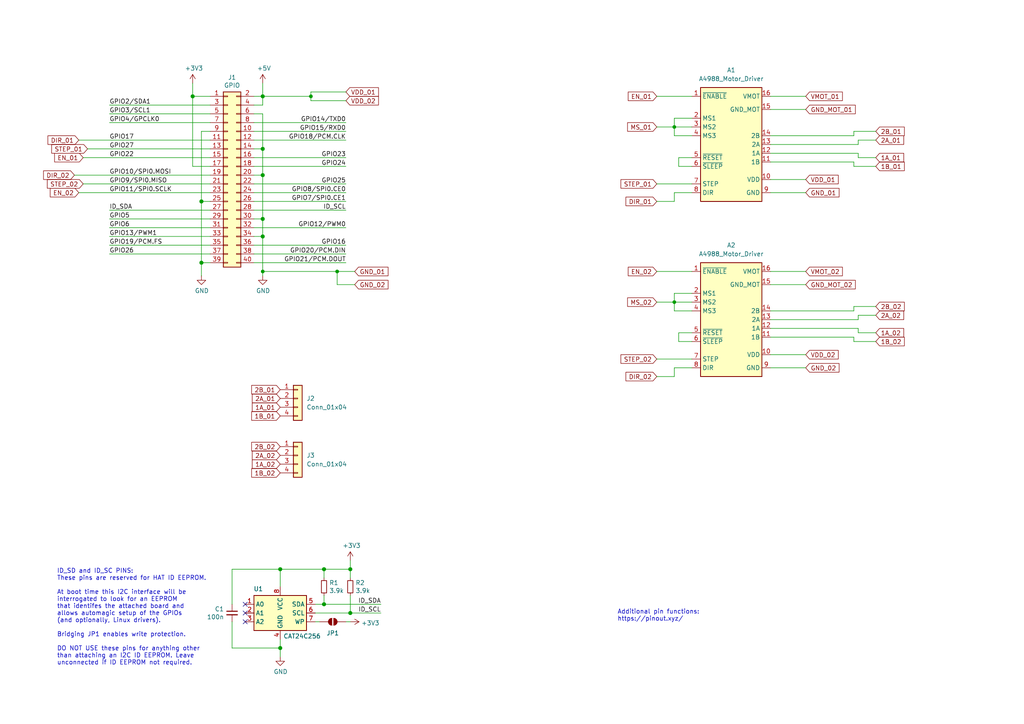
<source format=kicad_sch>
(kicad_sch
	(version 20250114)
	(generator "eeschema")
	(generator_version "9.0")
	(uuid "e63e39d7-6ac0-4ffd-8aa3-1841a4541b55")
	(paper "A4")
	(title_block
		(date "15 nov 2012")
	)
	(lib_symbols
		(symbol "Connector_Generic:Conn_01x04"
			(pin_names
				(offset 1.016)
				(hide yes)
			)
			(exclude_from_sim no)
			(in_bom yes)
			(on_board yes)
			(property "Reference" "J"
				(at 0 5.08 0)
				(effects
					(font
						(size 1.27 1.27)
					)
				)
			)
			(property "Value" "Conn_01x04"
				(at 0 -7.62 0)
				(effects
					(font
						(size 1.27 1.27)
					)
				)
			)
			(property "Footprint" ""
				(at 0 0 0)
				(effects
					(font
						(size 1.27 1.27)
					)
					(hide yes)
				)
			)
			(property "Datasheet" "~"
				(at 0 0 0)
				(effects
					(font
						(size 1.27 1.27)
					)
					(hide yes)
				)
			)
			(property "Description" "Generic connector, single row, 01x04, script generated (kicad-library-utils/schlib/autogen/connector/)"
				(at 0 0 0)
				(effects
					(font
						(size 1.27 1.27)
					)
					(hide yes)
				)
			)
			(property "ki_keywords" "connector"
				(at 0 0 0)
				(effects
					(font
						(size 1.27 1.27)
					)
					(hide yes)
				)
			)
			(property "ki_fp_filters" "Connector*:*_1x??_*"
				(at 0 0 0)
				(effects
					(font
						(size 1.27 1.27)
					)
					(hide yes)
				)
			)
			(symbol "Conn_01x04_1_1"
				(rectangle
					(start -1.27 3.81)
					(end 1.27 -6.35)
					(stroke
						(width 0.254)
						(type default)
					)
					(fill
						(type background)
					)
				)
				(rectangle
					(start -1.27 2.667)
					(end 0 2.413)
					(stroke
						(width 0.1524)
						(type default)
					)
					(fill
						(type none)
					)
				)
				(rectangle
					(start -1.27 0.127)
					(end 0 -0.127)
					(stroke
						(width 0.1524)
						(type default)
					)
					(fill
						(type none)
					)
				)
				(rectangle
					(start -1.27 -2.413)
					(end 0 -2.667)
					(stroke
						(width 0.1524)
						(type default)
					)
					(fill
						(type none)
					)
				)
				(rectangle
					(start -1.27 -4.953)
					(end 0 -5.207)
					(stroke
						(width 0.1524)
						(type default)
					)
					(fill
						(type none)
					)
				)
				(pin passive line
					(at -5.08 2.54 0)
					(length 3.81)
					(name "Pin_1"
						(effects
							(font
								(size 1.27 1.27)
							)
						)
					)
					(number "1"
						(effects
							(font
								(size 1.27 1.27)
							)
						)
					)
				)
				(pin passive line
					(at -5.08 0 0)
					(length 3.81)
					(name "Pin_2"
						(effects
							(font
								(size 1.27 1.27)
							)
						)
					)
					(number "2"
						(effects
							(font
								(size 1.27 1.27)
							)
						)
					)
				)
				(pin passive line
					(at -5.08 -2.54 0)
					(length 3.81)
					(name "Pin_3"
						(effects
							(font
								(size 1.27 1.27)
							)
						)
					)
					(number "3"
						(effects
							(font
								(size 1.27 1.27)
							)
						)
					)
				)
				(pin passive line
					(at -5.08 -5.08 0)
					(length 3.81)
					(name "Pin_4"
						(effects
							(font
								(size 1.27 1.27)
							)
						)
					)
					(number "4"
						(effects
							(font
								(size 1.27 1.27)
							)
						)
					)
				)
			)
			(embedded_fonts no)
		)
		(symbol "Connector_Generic:Conn_02x20_Odd_Even"
			(pin_names
				(offset 1.016)
				(hide yes)
			)
			(exclude_from_sim no)
			(in_bom yes)
			(on_board yes)
			(property "Reference" "J"
				(at 1.27 25.4 0)
				(effects
					(font
						(size 1.27 1.27)
					)
				)
			)
			(property "Value" "Conn_02x20_Odd_Even"
				(at 1.27 -27.94 0)
				(effects
					(font
						(size 1.27 1.27)
					)
				)
			)
			(property "Footprint" ""
				(at 0 0 0)
				(effects
					(font
						(size 1.27 1.27)
					)
					(hide yes)
				)
			)
			(property "Datasheet" "~"
				(at 0 0 0)
				(effects
					(font
						(size 1.27 1.27)
					)
					(hide yes)
				)
			)
			(property "Description" "Generic connector, double row, 02x20, odd/even pin numbering scheme (row 1 odd numbers, row 2 even numbers), script generated (kicad-library-utils/schlib/autogen/connector/)"
				(at 0 0 0)
				(effects
					(font
						(size 1.27 1.27)
					)
					(hide yes)
				)
			)
			(property "ki_keywords" "connector"
				(at 0 0 0)
				(effects
					(font
						(size 1.27 1.27)
					)
					(hide yes)
				)
			)
			(property "ki_fp_filters" "Connector*:*_2x??_*"
				(at 0 0 0)
				(effects
					(font
						(size 1.27 1.27)
					)
					(hide yes)
				)
			)
			(symbol "Conn_02x20_Odd_Even_1_1"
				(rectangle
					(start -1.27 24.13)
					(end 3.81 -26.67)
					(stroke
						(width 0.254)
						(type default)
					)
					(fill
						(type background)
					)
				)
				(rectangle
					(start -1.27 22.987)
					(end 0 22.733)
					(stroke
						(width 0.1524)
						(type default)
					)
					(fill
						(type none)
					)
				)
				(rectangle
					(start -1.27 20.447)
					(end 0 20.193)
					(stroke
						(width 0.1524)
						(type default)
					)
					(fill
						(type none)
					)
				)
				(rectangle
					(start -1.27 17.907)
					(end 0 17.653)
					(stroke
						(width 0.1524)
						(type default)
					)
					(fill
						(type none)
					)
				)
				(rectangle
					(start -1.27 15.367)
					(end 0 15.113)
					(stroke
						(width 0.1524)
						(type default)
					)
					(fill
						(type none)
					)
				)
				(rectangle
					(start -1.27 12.827)
					(end 0 12.573)
					(stroke
						(width 0.1524)
						(type default)
					)
					(fill
						(type none)
					)
				)
				(rectangle
					(start -1.27 10.287)
					(end 0 10.033)
					(stroke
						(width 0.1524)
						(type default)
					)
					(fill
						(type none)
					)
				)
				(rectangle
					(start -1.27 7.747)
					(end 0 7.493)
					(stroke
						(width 0.1524)
						(type default)
					)
					(fill
						(type none)
					)
				)
				(rectangle
					(start -1.27 5.207)
					(end 0 4.953)
					(stroke
						(width 0.1524)
						(type default)
					)
					(fill
						(type none)
					)
				)
				(rectangle
					(start -1.27 2.667)
					(end 0 2.413)
					(stroke
						(width 0.1524)
						(type default)
					)
					(fill
						(type none)
					)
				)
				(rectangle
					(start -1.27 0.127)
					(end 0 -0.127)
					(stroke
						(width 0.1524)
						(type default)
					)
					(fill
						(type none)
					)
				)
				(rectangle
					(start -1.27 -2.413)
					(end 0 -2.667)
					(stroke
						(width 0.1524)
						(type default)
					)
					(fill
						(type none)
					)
				)
				(rectangle
					(start -1.27 -4.953)
					(end 0 -5.207)
					(stroke
						(width 0.1524)
						(type default)
					)
					(fill
						(type none)
					)
				)
				(rectangle
					(start -1.27 -7.493)
					(end 0 -7.747)
					(stroke
						(width 0.1524)
						(type default)
					)
					(fill
						(type none)
					)
				)
				(rectangle
					(start -1.27 -10.033)
					(end 0 -10.287)
					(stroke
						(width 0.1524)
						(type default)
					)
					(fill
						(type none)
					)
				)
				(rectangle
					(start -1.27 -12.573)
					(end 0 -12.827)
					(stroke
						(width 0.1524)
						(type default)
					)
					(fill
						(type none)
					)
				)
				(rectangle
					(start -1.27 -15.113)
					(end 0 -15.367)
					(stroke
						(width 0.1524)
						(type default)
					)
					(fill
						(type none)
					)
				)
				(rectangle
					(start -1.27 -17.653)
					(end 0 -17.907)
					(stroke
						(width 0.1524)
						(type default)
					)
					(fill
						(type none)
					)
				)
				(rectangle
					(start -1.27 -20.193)
					(end 0 -20.447)
					(stroke
						(width 0.1524)
						(type default)
					)
					(fill
						(type none)
					)
				)
				(rectangle
					(start -1.27 -22.733)
					(end 0 -22.987)
					(stroke
						(width 0.1524)
						(type default)
					)
					(fill
						(type none)
					)
				)
				(rectangle
					(start -1.27 -25.273)
					(end 0 -25.527)
					(stroke
						(width 0.1524)
						(type default)
					)
					(fill
						(type none)
					)
				)
				(rectangle
					(start 3.81 22.987)
					(end 2.54 22.733)
					(stroke
						(width 0.1524)
						(type default)
					)
					(fill
						(type none)
					)
				)
				(rectangle
					(start 3.81 20.447)
					(end 2.54 20.193)
					(stroke
						(width 0.1524)
						(type default)
					)
					(fill
						(type none)
					)
				)
				(rectangle
					(start 3.81 17.907)
					(end 2.54 17.653)
					(stroke
						(width 0.1524)
						(type default)
					)
					(fill
						(type none)
					)
				)
				(rectangle
					(start 3.81 15.367)
					(end 2.54 15.113)
					(stroke
						(width 0.1524)
						(type default)
					)
					(fill
						(type none)
					)
				)
				(rectangle
					(start 3.81 12.827)
					(end 2.54 12.573)
					(stroke
						(width 0.1524)
						(type default)
					)
					(fill
						(type none)
					)
				)
				(rectangle
					(start 3.81 10.287)
					(end 2.54 10.033)
					(stroke
						(width 0.1524)
						(type default)
					)
					(fill
						(type none)
					)
				)
				(rectangle
					(start 3.81 7.747)
					(end 2.54 7.493)
					(stroke
						(width 0.1524)
						(type default)
					)
					(fill
						(type none)
					)
				)
				(rectangle
					(start 3.81 5.207)
					(end 2.54 4.953)
					(stroke
						(width 0.1524)
						(type default)
					)
					(fill
						(type none)
					)
				)
				(rectangle
					(start 3.81 2.667)
					(end 2.54 2.413)
					(stroke
						(width 0.1524)
						(type default)
					)
					(fill
						(type none)
					)
				)
				(rectangle
					(start 3.81 0.127)
					(end 2.54 -0.127)
					(stroke
						(width 0.1524)
						(type default)
					)
					(fill
						(type none)
					)
				)
				(rectangle
					(start 3.81 -2.413)
					(end 2.54 -2.667)
					(stroke
						(width 0.1524)
						(type default)
					)
					(fill
						(type none)
					)
				)
				(rectangle
					(start 3.81 -4.953)
					(end 2.54 -5.207)
					(stroke
						(width 0.1524)
						(type default)
					)
					(fill
						(type none)
					)
				)
				(rectangle
					(start 3.81 -7.493)
					(end 2.54 -7.747)
					(stroke
						(width 0.1524)
						(type default)
					)
					(fill
						(type none)
					)
				)
				(rectangle
					(start 3.81 -10.033)
					(end 2.54 -10.287)
					(stroke
						(width 0.1524)
						(type default)
					)
					(fill
						(type none)
					)
				)
				(rectangle
					(start 3.81 -12.573)
					(end 2.54 -12.827)
					(stroke
						(width 0.1524)
						(type default)
					)
					(fill
						(type none)
					)
				)
				(rectangle
					(start 3.81 -15.113)
					(end 2.54 -15.367)
					(stroke
						(width 0.1524)
						(type default)
					)
					(fill
						(type none)
					)
				)
				(rectangle
					(start 3.81 -17.653)
					(end 2.54 -17.907)
					(stroke
						(width 0.1524)
						(type default)
					)
					(fill
						(type none)
					)
				)
				(rectangle
					(start 3.81 -20.193)
					(end 2.54 -20.447)
					(stroke
						(width 0.1524)
						(type default)
					)
					(fill
						(type none)
					)
				)
				(rectangle
					(start 3.81 -22.733)
					(end 2.54 -22.987)
					(stroke
						(width 0.1524)
						(type default)
					)
					(fill
						(type none)
					)
				)
				(rectangle
					(start 3.81 -25.273)
					(end 2.54 -25.527)
					(stroke
						(width 0.1524)
						(type default)
					)
					(fill
						(type none)
					)
				)
				(pin passive line
					(at -5.08 22.86 0)
					(length 3.81)
					(name "Pin_1"
						(effects
							(font
								(size 1.27 1.27)
							)
						)
					)
					(number "1"
						(effects
							(font
								(size 1.27 1.27)
							)
						)
					)
				)
				(pin passive line
					(at -5.08 20.32 0)
					(length 3.81)
					(name "Pin_3"
						(effects
							(font
								(size 1.27 1.27)
							)
						)
					)
					(number "3"
						(effects
							(font
								(size 1.27 1.27)
							)
						)
					)
				)
				(pin passive line
					(at -5.08 17.78 0)
					(length 3.81)
					(name "Pin_5"
						(effects
							(font
								(size 1.27 1.27)
							)
						)
					)
					(number "5"
						(effects
							(font
								(size 1.27 1.27)
							)
						)
					)
				)
				(pin passive line
					(at -5.08 15.24 0)
					(length 3.81)
					(name "Pin_7"
						(effects
							(font
								(size 1.27 1.27)
							)
						)
					)
					(number "7"
						(effects
							(font
								(size 1.27 1.27)
							)
						)
					)
				)
				(pin passive line
					(at -5.08 12.7 0)
					(length 3.81)
					(name "Pin_9"
						(effects
							(font
								(size 1.27 1.27)
							)
						)
					)
					(number "9"
						(effects
							(font
								(size 1.27 1.27)
							)
						)
					)
				)
				(pin passive line
					(at -5.08 10.16 0)
					(length 3.81)
					(name "Pin_11"
						(effects
							(font
								(size 1.27 1.27)
							)
						)
					)
					(number "11"
						(effects
							(font
								(size 1.27 1.27)
							)
						)
					)
				)
				(pin passive line
					(at -5.08 7.62 0)
					(length 3.81)
					(name "Pin_13"
						(effects
							(font
								(size 1.27 1.27)
							)
						)
					)
					(number "13"
						(effects
							(font
								(size 1.27 1.27)
							)
						)
					)
				)
				(pin passive line
					(at -5.08 5.08 0)
					(length 3.81)
					(name "Pin_15"
						(effects
							(font
								(size 1.27 1.27)
							)
						)
					)
					(number "15"
						(effects
							(font
								(size 1.27 1.27)
							)
						)
					)
				)
				(pin passive line
					(at -5.08 2.54 0)
					(length 3.81)
					(name "Pin_17"
						(effects
							(font
								(size 1.27 1.27)
							)
						)
					)
					(number "17"
						(effects
							(font
								(size 1.27 1.27)
							)
						)
					)
				)
				(pin passive line
					(at -5.08 0 0)
					(length 3.81)
					(name "Pin_19"
						(effects
							(font
								(size 1.27 1.27)
							)
						)
					)
					(number "19"
						(effects
							(font
								(size 1.27 1.27)
							)
						)
					)
				)
				(pin passive line
					(at -5.08 -2.54 0)
					(length 3.81)
					(name "Pin_21"
						(effects
							(font
								(size 1.27 1.27)
							)
						)
					)
					(number "21"
						(effects
							(font
								(size 1.27 1.27)
							)
						)
					)
				)
				(pin passive line
					(at -5.08 -5.08 0)
					(length 3.81)
					(name "Pin_23"
						(effects
							(font
								(size 1.27 1.27)
							)
						)
					)
					(number "23"
						(effects
							(font
								(size 1.27 1.27)
							)
						)
					)
				)
				(pin passive line
					(at -5.08 -7.62 0)
					(length 3.81)
					(name "Pin_25"
						(effects
							(font
								(size 1.27 1.27)
							)
						)
					)
					(number "25"
						(effects
							(font
								(size 1.27 1.27)
							)
						)
					)
				)
				(pin passive line
					(at -5.08 -10.16 0)
					(length 3.81)
					(name "Pin_27"
						(effects
							(font
								(size 1.27 1.27)
							)
						)
					)
					(number "27"
						(effects
							(font
								(size 1.27 1.27)
							)
						)
					)
				)
				(pin passive line
					(at -5.08 -12.7 0)
					(length 3.81)
					(name "Pin_29"
						(effects
							(font
								(size 1.27 1.27)
							)
						)
					)
					(number "29"
						(effects
							(font
								(size 1.27 1.27)
							)
						)
					)
				)
				(pin passive line
					(at -5.08 -15.24 0)
					(length 3.81)
					(name "Pin_31"
						(effects
							(font
								(size 1.27 1.27)
							)
						)
					)
					(number "31"
						(effects
							(font
								(size 1.27 1.27)
							)
						)
					)
				)
				(pin passive line
					(at -5.08 -17.78 0)
					(length 3.81)
					(name "Pin_33"
						(effects
							(font
								(size 1.27 1.27)
							)
						)
					)
					(number "33"
						(effects
							(font
								(size 1.27 1.27)
							)
						)
					)
				)
				(pin passive line
					(at -5.08 -20.32 0)
					(length 3.81)
					(name "Pin_35"
						(effects
							(font
								(size 1.27 1.27)
							)
						)
					)
					(number "35"
						(effects
							(font
								(size 1.27 1.27)
							)
						)
					)
				)
				(pin passive line
					(at -5.08 -22.86 0)
					(length 3.81)
					(name "Pin_37"
						(effects
							(font
								(size 1.27 1.27)
							)
						)
					)
					(number "37"
						(effects
							(font
								(size 1.27 1.27)
							)
						)
					)
				)
				(pin passive line
					(at -5.08 -25.4 0)
					(length 3.81)
					(name "Pin_39"
						(effects
							(font
								(size 1.27 1.27)
							)
						)
					)
					(number "39"
						(effects
							(font
								(size 1.27 1.27)
							)
						)
					)
				)
				(pin passive line
					(at 7.62 22.86 180)
					(length 3.81)
					(name "Pin_2"
						(effects
							(font
								(size 1.27 1.27)
							)
						)
					)
					(number "2"
						(effects
							(font
								(size 1.27 1.27)
							)
						)
					)
				)
				(pin passive line
					(at 7.62 20.32 180)
					(length 3.81)
					(name "Pin_4"
						(effects
							(font
								(size 1.27 1.27)
							)
						)
					)
					(number "4"
						(effects
							(font
								(size 1.27 1.27)
							)
						)
					)
				)
				(pin passive line
					(at 7.62 17.78 180)
					(length 3.81)
					(name "Pin_6"
						(effects
							(font
								(size 1.27 1.27)
							)
						)
					)
					(number "6"
						(effects
							(font
								(size 1.27 1.27)
							)
						)
					)
				)
				(pin passive line
					(at 7.62 15.24 180)
					(length 3.81)
					(name "Pin_8"
						(effects
							(font
								(size 1.27 1.27)
							)
						)
					)
					(number "8"
						(effects
							(font
								(size 1.27 1.27)
							)
						)
					)
				)
				(pin passive line
					(at 7.62 12.7 180)
					(length 3.81)
					(name "Pin_10"
						(effects
							(font
								(size 1.27 1.27)
							)
						)
					)
					(number "10"
						(effects
							(font
								(size 1.27 1.27)
							)
						)
					)
				)
				(pin passive line
					(at 7.62 10.16 180)
					(length 3.81)
					(name "Pin_12"
						(effects
							(font
								(size 1.27 1.27)
							)
						)
					)
					(number "12"
						(effects
							(font
								(size 1.27 1.27)
							)
						)
					)
				)
				(pin passive line
					(at 7.62 7.62 180)
					(length 3.81)
					(name "Pin_14"
						(effects
							(font
								(size 1.27 1.27)
							)
						)
					)
					(number "14"
						(effects
							(font
								(size 1.27 1.27)
							)
						)
					)
				)
				(pin passive line
					(at 7.62 5.08 180)
					(length 3.81)
					(name "Pin_16"
						(effects
							(font
								(size 1.27 1.27)
							)
						)
					)
					(number "16"
						(effects
							(font
								(size 1.27 1.27)
							)
						)
					)
				)
				(pin passive line
					(at 7.62 2.54 180)
					(length 3.81)
					(name "Pin_18"
						(effects
							(font
								(size 1.27 1.27)
							)
						)
					)
					(number "18"
						(effects
							(font
								(size 1.27 1.27)
							)
						)
					)
				)
				(pin passive line
					(at 7.62 0 180)
					(length 3.81)
					(name "Pin_20"
						(effects
							(font
								(size 1.27 1.27)
							)
						)
					)
					(number "20"
						(effects
							(font
								(size 1.27 1.27)
							)
						)
					)
				)
				(pin passive line
					(at 7.62 -2.54 180)
					(length 3.81)
					(name "Pin_22"
						(effects
							(font
								(size 1.27 1.27)
							)
						)
					)
					(number "22"
						(effects
							(font
								(size 1.27 1.27)
							)
						)
					)
				)
				(pin passive line
					(at 7.62 -5.08 180)
					(length 3.81)
					(name "Pin_24"
						(effects
							(font
								(size 1.27 1.27)
							)
						)
					)
					(number "24"
						(effects
							(font
								(size 1.27 1.27)
							)
						)
					)
				)
				(pin passive line
					(at 7.62 -7.62 180)
					(length 3.81)
					(name "Pin_26"
						(effects
							(font
								(size 1.27 1.27)
							)
						)
					)
					(number "26"
						(effects
							(font
								(size 1.27 1.27)
							)
						)
					)
				)
				(pin passive line
					(at 7.62 -10.16 180)
					(length 3.81)
					(name "Pin_28"
						(effects
							(font
								(size 1.27 1.27)
							)
						)
					)
					(number "28"
						(effects
							(font
								(size 1.27 1.27)
							)
						)
					)
				)
				(pin passive line
					(at 7.62 -12.7 180)
					(length 3.81)
					(name "Pin_30"
						(effects
							(font
								(size 1.27 1.27)
							)
						)
					)
					(number "30"
						(effects
							(font
								(size 1.27 1.27)
							)
						)
					)
				)
				(pin passive line
					(at 7.62 -15.24 180)
					(length 3.81)
					(name "Pin_32"
						(effects
							(font
								(size 1.27 1.27)
							)
						)
					)
					(number "32"
						(effects
							(font
								(size 1.27 1.27)
							)
						)
					)
				)
				(pin passive line
					(at 7.62 -17.78 180)
					(length 3.81)
					(name "Pin_34"
						(effects
							(font
								(size 1.27 1.27)
							)
						)
					)
					(number "34"
						(effects
							(font
								(size 1.27 1.27)
							)
						)
					)
				)
				(pin passive line
					(at 7.62 -20.32 180)
					(length 3.81)
					(name "Pin_36"
						(effects
							(font
								(size 1.27 1.27)
							)
						)
					)
					(number "36"
						(effects
							(font
								(size 1.27 1.27)
							)
						)
					)
				)
				(pin passive line
					(at 7.62 -22.86 180)
					(length 3.81)
					(name "Pin_38"
						(effects
							(font
								(size 1.27 1.27)
							)
						)
					)
					(number "38"
						(effects
							(font
								(size 1.27 1.27)
							)
						)
					)
				)
				(pin passive line
					(at 7.62 -25.4 180)
					(length 3.81)
					(name "Pin_40"
						(effects
							(font
								(size 1.27 1.27)
							)
						)
					)
					(number "40"
						(effects
							(font
								(size 1.27 1.27)
							)
						)
					)
				)
			)
			(embedded_fonts no)
		)
		(symbol "CustomLibrary_FH:A4988_Motor_Driver"
			(exclude_from_sim no)
			(in_bom yes)
			(on_board yes)
			(property "Reference" "A1"
				(at 1.27 20.32 0)
				(effects
					(font
						(size 1.27 1.27)
					)
				)
			)
			(property "Value" "A4988_Motor_Driver"
				(at 1.27 17.78 0)
				(effects
					(font
						(size 1.27 1.27)
					)
				)
			)
			(property "Footprint" "Custom_Footprints_FH:A4988_Motor_Driver-16_15.2x20.3mm"
				(at 31.242 -30.226 0)
				(effects
					(font
						(size 1.27 1.27)
					)
					(justify left)
					(hide yes)
				)
			)
			(property "Datasheet" "https://www.pololu.com/product/2980/pictures"
				(at 54.61 -32.766 0)
				(effects
					(font
						(size 1.27 1.27)
					)
					(hide yes)
				)
			)
			(property "Description" "Pololu Breakout Board, Stepper Driver A4988"
				(at 53.34 -35.306 0)
				(effects
					(font
						(size 1.27 1.27)
					)
					(hide yes)
				)
			)
			(property "ki_keywords" "Pololu Breakout Board Stepper Driver A4988"
				(at 0 0 0)
				(effects
					(font
						(size 1.27 1.27)
					)
					(hide yes)
				)
			)
			(property "ki_fp_filters" "Pololu*Breakout*15.2x20.3mm*"
				(at 0 0 0)
				(effects
					(font
						(size 1.27 1.27)
					)
					(hide yes)
				)
			)
			(symbol "A4988_Motor_Driver_0_1"
				(rectangle
					(start -7.62 15.24)
					(end 10.16 -17.78)
					(stroke
						(width 0.254)
						(type default)
					)
					(fill
						(type background)
					)
				)
			)
			(symbol "A4988_Motor_Driver_1_1"
				(pin input line
					(at -10.16 12.7 0)
					(length 2.54)
					(name "~{ENABLE}"
						(effects
							(font
								(size 1.27 1.27)
							)
						)
					)
					(number "1"
						(effects
							(font
								(size 1.27 1.27)
							)
						)
					)
				)
				(pin input line
					(at -10.16 6.35 0)
					(length 2.54)
					(name "MS1"
						(effects
							(font
								(size 1.27 1.27)
							)
						)
					)
					(number "2"
						(effects
							(font
								(size 1.27 1.27)
							)
						)
					)
				)
				(pin input line
					(at -10.16 3.81 0)
					(length 2.54)
					(name "MS2"
						(effects
							(font
								(size 1.27 1.27)
							)
						)
					)
					(number "3"
						(effects
							(font
								(size 1.27 1.27)
							)
						)
					)
				)
				(pin input line
					(at -10.16 1.27 0)
					(length 2.54)
					(name "MS3"
						(effects
							(font
								(size 1.27 1.27)
							)
						)
					)
					(number "4"
						(effects
							(font
								(size 1.27 1.27)
							)
						)
					)
				)
				(pin input line
					(at -10.16 -5.08 0)
					(length 2.54)
					(name "~{RESET}"
						(effects
							(font
								(size 1.27 1.27)
							)
						)
					)
					(number "5"
						(effects
							(font
								(size 1.27 1.27)
							)
						)
					)
				)
				(pin input line
					(at -10.16 -7.62 0)
					(length 2.54)
					(name "~{SLEEP}"
						(effects
							(font
								(size 1.27 1.27)
							)
						)
					)
					(number "6"
						(effects
							(font
								(size 1.27 1.27)
							)
						)
					)
				)
				(pin input line
					(at -10.16 -12.7 0)
					(length 2.54)
					(name "STEP"
						(effects
							(font
								(size 1.27 1.27)
							)
						)
					)
					(number "7"
						(effects
							(font
								(size 1.27 1.27)
							)
						)
					)
				)
				(pin input line
					(at -10.16 -15.24 0)
					(length 2.54)
					(name "DIR"
						(effects
							(font
								(size 1.27 1.27)
							)
						)
					)
					(number "8"
						(effects
							(font
								(size 1.27 1.27)
							)
						)
					)
				)
				(pin power_in line
					(at 12.7 12.7 180)
					(length 2.54)
					(name "VMOT"
						(effects
							(font
								(size 1.27 1.27)
							)
						)
					)
					(number "16"
						(effects
							(font
								(size 1.27 1.27)
							)
						)
					)
				)
				(pin power_in line
					(at 12.7 8.89 180)
					(length 2.54)
					(name "GND_MOT"
						(effects
							(font
								(size 1.27 1.27)
							)
						)
					)
					(number "15"
						(effects
							(font
								(size 1.27 1.27)
							)
						)
					)
				)
				(pin output line
					(at 12.7 1.27 180)
					(length 2.54)
					(name "2B"
						(effects
							(font
								(size 1.27 1.27)
							)
						)
					)
					(number "14"
						(effects
							(font
								(size 1.27 1.27)
							)
						)
					)
				)
				(pin output line
					(at 12.7 -1.27 180)
					(length 2.54)
					(name "2A"
						(effects
							(font
								(size 1.27 1.27)
							)
						)
					)
					(number "13"
						(effects
							(font
								(size 1.27 1.27)
							)
						)
					)
				)
				(pin output line
					(at 12.7 -3.81 180)
					(length 2.54)
					(name "1A"
						(effects
							(font
								(size 1.27 1.27)
							)
						)
					)
					(number "12"
						(effects
							(font
								(size 1.27 1.27)
							)
						)
					)
				)
				(pin output line
					(at 12.7 -6.35 180)
					(length 2.54)
					(name "1B"
						(effects
							(font
								(size 1.27 1.27)
							)
						)
					)
					(number "11"
						(effects
							(font
								(size 1.27 1.27)
							)
						)
					)
				)
				(pin power_in line
					(at 12.7 -11.43 180)
					(length 2.54)
					(name "VDD"
						(effects
							(font
								(size 1.27 1.27)
							)
						)
					)
					(number "10"
						(effects
							(font
								(size 1.27 1.27)
							)
						)
					)
				)
				(pin power_in line
					(at 12.7 -15.24 180)
					(length 2.54)
					(name "GND"
						(effects
							(font
								(size 1.27 1.27)
							)
						)
					)
					(number "9"
						(effects
							(font
								(size 1.27 1.27)
							)
						)
					)
				)
			)
			(embedded_fonts no)
		)
		(symbol "Device:C_Small"
			(pin_numbers
				(hide yes)
			)
			(pin_names
				(offset 0.254)
				(hide yes)
			)
			(exclude_from_sim no)
			(in_bom yes)
			(on_board yes)
			(property "Reference" "C"
				(at 0.254 1.778 0)
				(effects
					(font
						(size 1.27 1.27)
					)
					(justify left)
				)
			)
			(property "Value" "C_Small"
				(at 0.254 -2.032 0)
				(effects
					(font
						(size 1.27 1.27)
					)
					(justify left)
				)
			)
			(property "Footprint" ""
				(at 0 0 0)
				(effects
					(font
						(size 1.27 1.27)
					)
					(hide yes)
				)
			)
			(property "Datasheet" "~"
				(at 0 0 0)
				(effects
					(font
						(size 1.27 1.27)
					)
					(hide yes)
				)
			)
			(property "Description" "Unpolarized capacitor, small symbol"
				(at 0 0 0)
				(effects
					(font
						(size 1.27 1.27)
					)
					(hide yes)
				)
			)
			(property "ki_keywords" "capacitor cap"
				(at 0 0 0)
				(effects
					(font
						(size 1.27 1.27)
					)
					(hide yes)
				)
			)
			(property "ki_fp_filters" "C_*"
				(at 0 0 0)
				(effects
					(font
						(size 1.27 1.27)
					)
					(hide yes)
				)
			)
			(symbol "C_Small_0_1"
				(polyline
					(pts
						(xy -1.524 0.508) (xy 1.524 0.508)
					)
					(stroke
						(width 0.3048)
						(type default)
					)
					(fill
						(type none)
					)
				)
				(polyline
					(pts
						(xy -1.524 -0.508) (xy 1.524 -0.508)
					)
					(stroke
						(width 0.3302)
						(type default)
					)
					(fill
						(type none)
					)
				)
			)
			(symbol "C_Small_1_1"
				(pin passive line
					(at 0 2.54 270)
					(length 2.032)
					(name "~"
						(effects
							(font
								(size 1.27 1.27)
							)
						)
					)
					(number "1"
						(effects
							(font
								(size 1.27 1.27)
							)
						)
					)
				)
				(pin passive line
					(at 0 -2.54 90)
					(length 2.032)
					(name "~"
						(effects
							(font
								(size 1.27 1.27)
							)
						)
					)
					(number "2"
						(effects
							(font
								(size 1.27 1.27)
							)
						)
					)
				)
			)
			(embedded_fonts no)
		)
		(symbol "Device:R_Small"
			(pin_numbers
				(hide yes)
			)
			(pin_names
				(offset 0.254)
				(hide yes)
			)
			(exclude_from_sim no)
			(in_bom yes)
			(on_board yes)
			(property "Reference" "R"
				(at 0.762 0.508 0)
				(effects
					(font
						(size 1.27 1.27)
					)
					(justify left)
				)
			)
			(property "Value" "R_Small"
				(at 0.762 -1.016 0)
				(effects
					(font
						(size 1.27 1.27)
					)
					(justify left)
				)
			)
			(property "Footprint" ""
				(at 0 0 0)
				(effects
					(font
						(size 1.27 1.27)
					)
					(hide yes)
				)
			)
			(property "Datasheet" "~"
				(at 0 0 0)
				(effects
					(font
						(size 1.27 1.27)
					)
					(hide yes)
				)
			)
			(property "Description" "Resistor, small symbol"
				(at 0 0 0)
				(effects
					(font
						(size 1.27 1.27)
					)
					(hide yes)
				)
			)
			(property "ki_keywords" "R resistor"
				(at 0 0 0)
				(effects
					(font
						(size 1.27 1.27)
					)
					(hide yes)
				)
			)
			(property "ki_fp_filters" "R_*"
				(at 0 0 0)
				(effects
					(font
						(size 1.27 1.27)
					)
					(hide yes)
				)
			)
			(symbol "R_Small_0_1"
				(rectangle
					(start -0.762 1.778)
					(end 0.762 -1.778)
					(stroke
						(width 0.2032)
						(type default)
					)
					(fill
						(type none)
					)
				)
			)
			(symbol "R_Small_1_1"
				(pin passive line
					(at 0 2.54 270)
					(length 0.762)
					(name "~"
						(effects
							(font
								(size 1.27 1.27)
							)
						)
					)
					(number "1"
						(effects
							(font
								(size 1.27 1.27)
							)
						)
					)
				)
				(pin passive line
					(at 0 -2.54 90)
					(length 0.762)
					(name "~"
						(effects
							(font
								(size 1.27 1.27)
							)
						)
					)
					(number "2"
						(effects
							(font
								(size 1.27 1.27)
							)
						)
					)
				)
			)
			(embedded_fonts no)
		)
		(symbol "Jumper:SolderJumper_2_Open"
			(pin_numbers
				(hide yes)
			)
			(pin_names
				(offset 0)
				(hide yes)
			)
			(exclude_from_sim yes)
			(in_bom no)
			(on_board yes)
			(property "Reference" "JP"
				(at 0 2.032 0)
				(effects
					(font
						(size 1.27 1.27)
					)
				)
			)
			(property "Value" "SolderJumper_2_Open"
				(at 0 -2.54 0)
				(effects
					(font
						(size 1.27 1.27)
					)
				)
			)
			(property "Footprint" ""
				(at 0 0 0)
				(effects
					(font
						(size 1.27 1.27)
					)
					(hide yes)
				)
			)
			(property "Datasheet" "~"
				(at 0 0 0)
				(effects
					(font
						(size 1.27 1.27)
					)
					(hide yes)
				)
			)
			(property "Description" "Solder Jumper, 2-pole, open"
				(at 0 0 0)
				(effects
					(font
						(size 1.27 1.27)
					)
					(hide yes)
				)
			)
			(property "ki_keywords" "solder jumper SPST"
				(at 0 0 0)
				(effects
					(font
						(size 1.27 1.27)
					)
					(hide yes)
				)
			)
			(property "ki_fp_filters" "SolderJumper*Open*"
				(at 0 0 0)
				(effects
					(font
						(size 1.27 1.27)
					)
					(hide yes)
				)
			)
			(symbol "SolderJumper_2_Open_0_1"
				(polyline
					(pts
						(xy -0.254 1.016) (xy -0.254 -1.016)
					)
					(stroke
						(width 0)
						(type default)
					)
					(fill
						(type none)
					)
				)
				(arc
					(start -0.254 -1.016)
					(mid -1.2656 0)
					(end -0.254 1.016)
					(stroke
						(width 0)
						(type default)
					)
					(fill
						(type none)
					)
				)
				(arc
					(start -0.254 -1.016)
					(mid -1.2656 0)
					(end -0.254 1.016)
					(stroke
						(width 0)
						(type default)
					)
					(fill
						(type outline)
					)
				)
				(arc
					(start 0.254 1.016)
					(mid 1.2656 0)
					(end 0.254 -1.016)
					(stroke
						(width 0)
						(type default)
					)
					(fill
						(type none)
					)
				)
				(arc
					(start 0.254 1.016)
					(mid 1.2656 0)
					(end 0.254 -1.016)
					(stroke
						(width 0)
						(type default)
					)
					(fill
						(type outline)
					)
				)
				(polyline
					(pts
						(xy 0.254 1.016) (xy 0.254 -1.016)
					)
					(stroke
						(width 0)
						(type default)
					)
					(fill
						(type none)
					)
				)
			)
			(symbol "SolderJumper_2_Open_1_1"
				(pin passive line
					(at -3.81 0 0)
					(length 2.54)
					(name "A"
						(effects
							(font
								(size 1.27 1.27)
							)
						)
					)
					(number "1"
						(effects
							(font
								(size 1.27 1.27)
							)
						)
					)
				)
				(pin passive line
					(at 3.81 0 180)
					(length 2.54)
					(name "B"
						(effects
							(font
								(size 1.27 1.27)
							)
						)
					)
					(number "2"
						(effects
							(font
								(size 1.27 1.27)
							)
						)
					)
				)
			)
			(embedded_fonts no)
		)
		(symbol "Memory_EEPROM:CAT24C256"
			(exclude_from_sim no)
			(in_bom yes)
			(on_board yes)
			(property "Reference" "U"
				(at -6.35 6.35 0)
				(effects
					(font
						(size 1.27 1.27)
					)
				)
			)
			(property "Value" "CAT24C256"
				(at 1.27 6.35 0)
				(effects
					(font
						(size 1.27 1.27)
					)
					(justify left)
				)
			)
			(property "Footprint" ""
				(at 0 0 0)
				(effects
					(font
						(size 1.27 1.27)
					)
					(hide yes)
				)
			)
			(property "Datasheet" "https://www.onsemi.cn/PowerSolutions/document/CAT24C256-D.PDF"
				(at 0 0 0)
				(effects
					(font
						(size 1.27 1.27)
					)
					(hide yes)
				)
			)
			(property "Description" "256 kb CMOS Serial EEPROM, DIP-8/SOIC-8/TSSOP-8/DFN-8"
				(at 0 0 0)
				(effects
					(font
						(size 1.27 1.27)
					)
					(hide yes)
				)
			)
			(property "ki_keywords" "I2C EEPROM Serial 256kb"
				(at 0 0 0)
				(effects
					(font
						(size 1.27 1.27)
					)
					(hide yes)
				)
			)
			(property "ki_fp_filters" "DIP*W7.62mm* SOIC*3.9x4.9mm* TSSOP*4.4x3mm*P0.65mm* DFN*3x2mm*P0.5mm*"
				(at 0 0 0)
				(effects
					(font
						(size 1.27 1.27)
					)
					(hide yes)
				)
			)
			(symbol "CAT24C256_1_1"
				(rectangle
					(start -7.62 5.08)
					(end 7.62 -5.08)
					(stroke
						(width 0.254)
						(type default)
					)
					(fill
						(type background)
					)
				)
				(pin input line
					(at -10.16 2.54 0)
					(length 2.54)
					(name "A0"
						(effects
							(font
								(size 1.27 1.27)
							)
						)
					)
					(number "1"
						(effects
							(font
								(size 1.27 1.27)
							)
						)
					)
				)
				(pin input line
					(at -10.16 0 0)
					(length 2.54)
					(name "A1"
						(effects
							(font
								(size 1.27 1.27)
							)
						)
					)
					(number "2"
						(effects
							(font
								(size 1.27 1.27)
							)
						)
					)
				)
				(pin input line
					(at -10.16 -2.54 0)
					(length 2.54)
					(name "A2"
						(effects
							(font
								(size 1.27 1.27)
							)
						)
					)
					(number "3"
						(effects
							(font
								(size 1.27 1.27)
							)
						)
					)
				)
				(pin power_in line
					(at 0 7.62 270)
					(length 2.54)
					(name "VCC"
						(effects
							(font
								(size 1.27 1.27)
							)
						)
					)
					(number "8"
						(effects
							(font
								(size 1.27 1.27)
							)
						)
					)
				)
				(pin power_in line
					(at 0 -7.62 90)
					(length 2.54)
					(name "GND"
						(effects
							(font
								(size 1.27 1.27)
							)
						)
					)
					(number "4"
						(effects
							(font
								(size 1.27 1.27)
							)
						)
					)
				)
				(pin bidirectional line
					(at 10.16 2.54 180)
					(length 2.54)
					(name "SDA"
						(effects
							(font
								(size 1.27 1.27)
							)
						)
					)
					(number "5"
						(effects
							(font
								(size 1.27 1.27)
							)
						)
					)
				)
				(pin input line
					(at 10.16 0 180)
					(length 2.54)
					(name "SCL"
						(effects
							(font
								(size 1.27 1.27)
							)
						)
					)
					(number "6"
						(effects
							(font
								(size 1.27 1.27)
							)
						)
					)
				)
				(pin input line
					(at 10.16 -2.54 180)
					(length 2.54)
					(name "WP"
						(effects
							(font
								(size 1.27 1.27)
							)
						)
					)
					(number "7"
						(effects
							(font
								(size 1.27 1.27)
							)
						)
					)
				)
			)
			(embedded_fonts no)
		)
		(symbol "power:+3.3V"
			(power)
			(pin_numbers
				(hide yes)
			)
			(pin_names
				(offset 0)
				(hide yes)
			)
			(exclude_from_sim no)
			(in_bom yes)
			(on_board yes)
			(property "Reference" "#PWR"
				(at 0 -3.81 0)
				(effects
					(font
						(size 1.27 1.27)
					)
					(hide yes)
				)
			)
			(property "Value" "+3.3V"
				(at 0 3.556 0)
				(effects
					(font
						(size 1.27 1.27)
					)
				)
			)
			(property "Footprint" ""
				(at 0 0 0)
				(effects
					(font
						(size 1.27 1.27)
					)
					(hide yes)
				)
			)
			(property "Datasheet" ""
				(at 0 0 0)
				(effects
					(font
						(size 1.27 1.27)
					)
					(hide yes)
				)
			)
			(property "Description" "Power symbol creates a global label with name \"+3.3V\""
				(at 0 0 0)
				(effects
					(font
						(size 1.27 1.27)
					)
					(hide yes)
				)
			)
			(property "ki_keywords" "global power"
				(at 0 0 0)
				(effects
					(font
						(size 1.27 1.27)
					)
					(hide yes)
				)
			)
			(symbol "+3.3V_0_1"
				(polyline
					(pts
						(xy -0.762 1.27) (xy 0 2.54)
					)
					(stroke
						(width 0)
						(type default)
					)
					(fill
						(type none)
					)
				)
				(polyline
					(pts
						(xy 0 2.54) (xy 0.762 1.27)
					)
					(stroke
						(width 0)
						(type default)
					)
					(fill
						(type none)
					)
				)
				(polyline
					(pts
						(xy 0 0) (xy 0 2.54)
					)
					(stroke
						(width 0)
						(type default)
					)
					(fill
						(type none)
					)
				)
			)
			(symbol "+3.3V_1_1"
				(pin power_in line
					(at 0 0 90)
					(length 0)
					(name "~"
						(effects
							(font
								(size 1.27 1.27)
							)
						)
					)
					(number "1"
						(effects
							(font
								(size 1.27 1.27)
							)
						)
					)
				)
			)
			(embedded_fonts no)
		)
		(symbol "power:+5V"
			(power)
			(pin_numbers
				(hide yes)
			)
			(pin_names
				(offset 0)
				(hide yes)
			)
			(exclude_from_sim no)
			(in_bom yes)
			(on_board yes)
			(property "Reference" "#PWR"
				(at 0 -3.81 0)
				(effects
					(font
						(size 1.27 1.27)
					)
					(hide yes)
				)
			)
			(property "Value" "+5V"
				(at 0 3.556 0)
				(effects
					(font
						(size 1.27 1.27)
					)
				)
			)
			(property "Footprint" ""
				(at 0 0 0)
				(effects
					(font
						(size 1.27 1.27)
					)
					(hide yes)
				)
			)
			(property "Datasheet" ""
				(at 0 0 0)
				(effects
					(font
						(size 1.27 1.27)
					)
					(hide yes)
				)
			)
			(property "Description" "Power symbol creates a global label with name \"+5V\""
				(at 0 0 0)
				(effects
					(font
						(size 1.27 1.27)
					)
					(hide yes)
				)
			)
			(property "ki_keywords" "global power"
				(at 0 0 0)
				(effects
					(font
						(size 1.27 1.27)
					)
					(hide yes)
				)
			)
			(symbol "+5V_0_1"
				(polyline
					(pts
						(xy -0.762 1.27) (xy 0 2.54)
					)
					(stroke
						(width 0)
						(type default)
					)
					(fill
						(type none)
					)
				)
				(polyline
					(pts
						(xy 0 2.54) (xy 0.762 1.27)
					)
					(stroke
						(width 0)
						(type default)
					)
					(fill
						(type none)
					)
				)
				(polyline
					(pts
						(xy 0 0) (xy 0 2.54)
					)
					(stroke
						(width 0)
						(type default)
					)
					(fill
						(type none)
					)
				)
			)
			(symbol "+5V_1_1"
				(pin power_in line
					(at 0 0 90)
					(length 0)
					(name "~"
						(effects
							(font
								(size 1.27 1.27)
							)
						)
					)
					(number "1"
						(effects
							(font
								(size 1.27 1.27)
							)
						)
					)
				)
			)
			(embedded_fonts no)
		)
		(symbol "power:GND"
			(power)
			(pin_numbers
				(hide yes)
			)
			(pin_names
				(offset 0)
				(hide yes)
			)
			(exclude_from_sim no)
			(in_bom yes)
			(on_board yes)
			(property "Reference" "#PWR"
				(at 0 -6.35 0)
				(effects
					(font
						(size 1.27 1.27)
					)
					(hide yes)
				)
			)
			(property "Value" "GND"
				(at 0 -3.81 0)
				(effects
					(font
						(size 1.27 1.27)
					)
				)
			)
			(property "Footprint" ""
				(at 0 0 0)
				(effects
					(font
						(size 1.27 1.27)
					)
					(hide yes)
				)
			)
			(property "Datasheet" ""
				(at 0 0 0)
				(effects
					(font
						(size 1.27 1.27)
					)
					(hide yes)
				)
			)
			(property "Description" "Power symbol creates a global label with name \"GND\" , ground"
				(at 0 0 0)
				(effects
					(font
						(size 1.27 1.27)
					)
					(hide yes)
				)
			)
			(property "ki_keywords" "global power"
				(at 0 0 0)
				(effects
					(font
						(size 1.27 1.27)
					)
					(hide yes)
				)
			)
			(symbol "GND_0_1"
				(polyline
					(pts
						(xy 0 0) (xy 0 -1.27) (xy 1.27 -1.27) (xy 0 -2.54) (xy -1.27 -1.27) (xy 0 -1.27)
					)
					(stroke
						(width 0)
						(type default)
					)
					(fill
						(type none)
					)
				)
			)
			(symbol "GND_1_1"
				(pin power_in line
					(at 0 0 270)
					(length 0)
					(name "~"
						(effects
							(font
								(size 1.27 1.27)
							)
						)
					)
					(number "1"
						(effects
							(font
								(size 1.27 1.27)
							)
						)
					)
				)
			)
			(embedded_fonts no)
		)
	)
	(text "Additional pin functions:\nhttps://pinout.xyz/"
		(exclude_from_sim no)
		(at 179.07 180.34 0)
		(effects
			(font
				(size 1.27 1.27)
			)
			(justify left bottom)
		)
		(uuid "36e2c557-2c2a-4fba-9b6f-1167ab8ec281")
	)
	(text "ID_SD and ID_SC PINS:\nThese pins are reserved for HAT ID EEPROM.\n\nAt boot time this I2C interface will be\ninterrogated to look for an EEPROM\nthat identifes the attached board and\nallows automagic setup of the GPIOs\n(and optionally, Linux drivers).\n\nBridging JP1 enables write protection.\n\nDO NOT USE these pins for anything other\nthan attaching an I2C ID EEPROM. Leave\nunconnected if ID EEPROM not required."
		(exclude_from_sim no)
		(at 16.51 193.04 0)
		(effects
			(font
				(size 1.27 1.27)
			)
			(justify left bottom)
		)
		(uuid "8714082a-55fe-4a29-9d48-99ae1ef73073")
	)
	(junction
		(at 93.98 175.26)
		(diameter 1.016)
		(color 0 0 0 0)
		(uuid "0b21a65d-d20b-411e-920a-75c343ac5136")
	)
	(junction
		(at 76.2 27.94)
		(diameter 1.016)
		(color 0 0 0 0)
		(uuid "0eaa98f0-9565-4637-ace3-42a5231b07f7")
	)
	(junction
		(at 81.28 187.96)
		(diameter 1.016)
		(color 0 0 0 0)
		(uuid "0f22151c-f260-4674-b486-4710a2c42a55")
	)
	(junction
		(at 76.2 43.18)
		(diameter 1.016)
		(color 0 0 0 0)
		(uuid "181abe7a-f941-42b6-bd46-aaa3131f90fb")
	)
	(junction
		(at 81.28 165.1)
		(diameter 1.016)
		(color 0 0 0 0)
		(uuid "1831fb37-1c5d-42c4-b898-151be6fca9dc")
	)
	(junction
		(at 195.58 36.83)
		(diameter 0)
		(color 0 0 0 0)
		(uuid "1be90188-28af-45be-b834-f03d0d1ac1a1")
	)
	(junction
		(at 97.79 78.74)
		(diameter 0)
		(color 0 0 0 0)
		(uuid "32acec39-43ac-46d1-9097-c17f46f4b6e6")
	)
	(junction
		(at 101.6 165.1)
		(diameter 1.016)
		(color 0 0 0 0)
		(uuid "3cd1bda0-18db-417d-b581-a0c50623df68")
	)
	(junction
		(at 58.42 76.2)
		(diameter 1.016)
		(color 0 0 0 0)
		(uuid "704d6d51-bb34-4cbf-83d8-841e208048d8")
	)
	(junction
		(at 58.42 58.42)
		(diameter 1.016)
		(color 0 0 0 0)
		(uuid "8174b4de-74b1-48db-ab8e-c8432251095b")
	)
	(junction
		(at 76.2 68.58)
		(diameter 1.016)
		(color 0 0 0 0)
		(uuid "9340c285-5767-42d5-8b6d-63fe2a40ddf3")
	)
	(junction
		(at 76.2 63.5)
		(diameter 1.016)
		(color 0 0 0 0)
		(uuid "c41b3c8b-634e-435a-b582-96b83bbd4032")
	)
	(junction
		(at 90.17 27.94)
		(diameter 0)
		(color 0 0 0 0)
		(uuid "c4580210-b200-4095-a8a3-c4c0c1eb8cad")
	)
	(junction
		(at 195.58 87.63)
		(diameter 0)
		(color 0 0 0 0)
		(uuid "c9e95351-9e34-42e9-b87e-f6f0ede53e32")
	)
	(junction
		(at 76.2 50.8)
		(diameter 1.016)
		(color 0 0 0 0)
		(uuid "ce83728b-bebd-48c2-8734-b6a50d837931")
	)
	(junction
		(at 76.2 78.74)
		(diameter 0)
		(color 0 0 0 0)
		(uuid "cf283e31-48c0-4773-98f4-41fb71924b0d")
	)
	(junction
		(at 101.6 177.8)
		(diameter 1.016)
		(color 0 0 0 0)
		(uuid "d57dcfee-5058-4fc2-a68b-05f9a48f685b")
	)
	(junction
		(at 55.88 27.94)
		(diameter 1.016)
		(color 0 0 0 0)
		(uuid "fd470e95-4861-44fe-b1e4-6d8a7c66e144")
	)
	(junction
		(at 93.98 165.1)
		(diameter 1.016)
		(color 0 0 0 0)
		(uuid "fe8d9267-7834-48d6-a191-c8724b2ee78d")
	)
	(no_connect
		(at 71.12 175.26)
		(uuid "00f1806c-4158-494e-882b-c5ac9b7a930a")
	)
	(no_connect
		(at 71.12 177.8)
		(uuid "00f1806c-4158-494e-882b-c5ac9b7a930b")
	)
	(no_connect
		(at 71.12 180.34)
		(uuid "00f1806c-4158-494e-882b-c5ac9b7a930c")
	)
	(wire
		(pts
			(xy 195.58 106.68) (xy 195.58 109.22)
		)
		(stroke
			(width 0)
			(type default)
		)
		(uuid "00a5d06a-6eb6-4819-91f4-da7fd5dbda5a")
	)
	(wire
		(pts
			(xy 190.5 53.34) (xy 200.66 53.34)
		)
		(stroke
			(width 0)
			(type default)
		)
		(uuid "010d0c1c-a746-47e7-8358-cbff1cf0e37b")
	)
	(wire
		(pts
			(xy 58.42 58.42) (xy 58.42 76.2)
		)
		(stroke
			(width 0)
			(type solid)
		)
		(uuid "015c5535-b3ef-4c28-99b9-4f3baef056f3")
	)
	(wire
		(pts
			(xy 73.66 58.42) (xy 100.33 58.42)
		)
		(stroke
			(width 0)
			(type solid)
		)
		(uuid "01e536fb-12ab-43ce-a95e-82675e37d4b7")
	)
	(wire
		(pts
			(xy 81.28 165.1) (xy 93.98 165.1)
		)
		(stroke
			(width 0)
			(type solid)
		)
		(uuid "070d8c6a-2ebf-42c1-8318-37fabbee6ffa")
	)
	(wire
		(pts
			(xy 101.6 165.1) (xy 93.98 165.1)
		)
		(stroke
			(width 0)
			(type solid)
		)
		(uuid "070d8c6a-2ebf-42c1-8318-37fabbee6ffb")
	)
	(wire
		(pts
			(xy 101.6 167.64) (xy 101.6 165.1)
		)
		(stroke
			(width 0)
			(type solid)
		)
		(uuid "070d8c6a-2ebf-42c1-8318-37fabbee6ffc")
	)
	(wire
		(pts
			(xy 76.2 33.02) (xy 76.2 43.18)
		)
		(stroke
			(width 0)
			(type solid)
		)
		(uuid "0d143423-c9d6-49e3-8b7d-f1137d1a3509")
	)
	(wire
		(pts
			(xy 248.92 44.45) (xy 248.92 45.72)
		)
		(stroke
			(width 0)
			(type default)
		)
		(uuid "0dae940d-fa0f-483a-9583-84f9d29986e7")
	)
	(wire
		(pts
			(xy 76.2 50.8) (xy 73.66 50.8)
		)
		(stroke
			(width 0)
			(type solid)
		)
		(uuid "0ee91a98-576f-43c1-89f6-61acc2cb1f13")
	)
	(wire
		(pts
			(xy 248.92 95.25) (xy 248.92 96.52)
		)
		(stroke
			(width 0)
			(type default)
		)
		(uuid "1243f6b4-73ef-48e8-879c-56865920f7b3")
	)
	(wire
		(pts
			(xy 247.65 99.06) (xy 254 99.06)
		)
		(stroke
			(width 0)
			(type default)
		)
		(uuid "14682809-ec26-4326-aa7b-e107077a509e")
	)
	(wire
		(pts
			(xy 223.52 52.07) (xy 233.68 52.07)
		)
		(stroke
			(width 0)
			(type default)
		)
		(uuid "15698ac1-7412-423e-bdd5-5ecccc1da707")
	)
	(wire
		(pts
			(xy 190.5 36.83) (xy 195.58 36.83)
		)
		(stroke
			(width 0)
			(type default)
		)
		(uuid "1586cf97-887a-4c17-9681-9969c4d0f914")
	)
	(wire
		(pts
			(xy 76.2 63.5) (xy 76.2 68.58)
		)
		(stroke
			(width 0)
			(type solid)
		)
		(uuid "164f1958-8ee6-4c3d-9df0-03613712fa6f")
	)
	(wire
		(pts
			(xy 200.66 99.06) (xy 196.85 99.06)
		)
		(stroke
			(width 0)
			(type default)
		)
		(uuid "18724b74-fb42-4738-8b26-50f4ecd9743d")
	)
	(wire
		(pts
			(xy 190.5 109.22) (xy 195.58 109.22)
		)
		(stroke
			(width 0)
			(type default)
		)
		(uuid "1a98e202-dc54-4d9e-9232-8cdb0c0334a5")
	)
	(wire
		(pts
			(xy 195.58 90.17) (xy 195.58 87.63)
		)
		(stroke
			(width 0)
			(type default)
		)
		(uuid "1c6d800a-e92a-43d6-94ec-d94a4b2c6276")
	)
	(wire
		(pts
			(xy 200.66 106.68) (xy 195.58 106.68)
		)
		(stroke
			(width 0)
			(type default)
		)
		(uuid "1eaaa5c2-9be5-402a-ac70-23d3b0fa6805")
	)
	(wire
		(pts
			(xy 190.5 87.63) (xy 195.58 87.63)
		)
		(stroke
			(width 0)
			(type default)
		)
		(uuid "1eb48fd0-f32e-47ee-93e8-b765cfe67248")
	)
	(wire
		(pts
			(xy 247.65 48.26) (xy 254 48.26)
		)
		(stroke
			(width 0)
			(type default)
		)
		(uuid "1fbb7199-a852-4f6a-859c-cb8f879af13b")
	)
	(wire
		(pts
			(xy 76.2 50.8) (xy 76.2 63.5)
		)
		(stroke
			(width 0)
			(type solid)
		)
		(uuid "252c2642-5979-4a84-8d39-11da2e3821fe")
	)
	(wire
		(pts
			(xy 73.66 35.56) (xy 100.33 35.56)
		)
		(stroke
			(width 0)
			(type solid)
		)
		(uuid "2710a316-ad7d-4403-afc1-1df73ba69697")
	)
	(wire
		(pts
			(xy 58.42 38.1) (xy 58.42 58.42)
		)
		(stroke
			(width 0)
			(type solid)
		)
		(uuid "29651976-85fe-45df-9d6a-4d640774cbbc")
	)
	(wire
		(pts
			(xy 91.44 175.26) (xy 93.98 175.26)
		)
		(stroke
			(width 0)
			(type solid)
		)
		(uuid "2b5ed9dc-9932-4186-b4a5-acc313524916")
	)
	(wire
		(pts
			(xy 93.98 175.26) (xy 110.49 175.26)
		)
		(stroke
			(width 0)
			(type solid)
		)
		(uuid "2b5ed9dc-9932-4186-b4a5-acc313524917")
	)
	(wire
		(pts
			(xy 223.52 102.87) (xy 233.68 102.87)
		)
		(stroke
			(width 0)
			(type default)
		)
		(uuid "2be47081-80d3-42f2-9e0b-440eee773ce5")
	)
	(wire
		(pts
			(xy 223.52 95.25) (xy 248.92 95.25)
		)
		(stroke
			(width 0)
			(type default)
		)
		(uuid "2cc3a467-b9e4-4579-a4d3-b61f47134e83")
	)
	(wire
		(pts
			(xy 58.42 38.1) (xy 60.96 38.1)
		)
		(stroke
			(width 0)
			(type solid)
		)
		(uuid "335bbf29-f5b7-4e5a-993a-a34ce5ab5756")
	)
	(wire
		(pts
			(xy 91.44 180.34) (xy 92.71 180.34)
		)
		(stroke
			(width 0)
			(type solid)
		)
		(uuid "339c1cb3-13cc-4af2-b40d-8433a6750a0e")
	)
	(wire
		(pts
			(xy 100.33 180.34) (xy 101.6 180.34)
		)
		(stroke
			(width 0)
			(type solid)
		)
		(uuid "339c1cb3-13cc-4af2-b40d-8433a6750a0f")
	)
	(wire
		(pts
			(xy 73.66 55.88) (xy 100.33 55.88)
		)
		(stroke
			(width 0)
			(type solid)
		)
		(uuid "3522f983-faf4-44f4-900c-086a3d364c60")
	)
	(wire
		(pts
			(xy 247.65 97.79) (xy 247.65 99.06)
		)
		(stroke
			(width 0)
			(type default)
		)
		(uuid "35478eb9-b784-4752-bcd5-cafdec000dbd")
	)
	(wire
		(pts
			(xy 60.96 60.96) (xy 31.75 60.96)
		)
		(stroke
			(width 0)
			(type solid)
		)
		(uuid "37ae508e-6121-46a7-8162-5c727675dd10")
	)
	(wire
		(pts
			(xy 223.52 97.79) (xy 247.65 97.79)
		)
		(stroke
			(width 0)
			(type default)
		)
		(uuid "38b723eb-b4a0-4f7b-a371-5eb7154b1050")
	)
	(wire
		(pts
			(xy 22.86 40.64) (xy 60.96 40.64)
		)
		(stroke
			(width 0)
			(type default)
		)
		(uuid "38f59612-535a-4a9f-8282-eb7a84676d98")
	)
	(wire
		(pts
			(xy 196.85 48.26) (xy 196.85 45.72)
		)
		(stroke
			(width 0)
			(type default)
		)
		(uuid "39947ee2-6ff7-4bf0-b19c-366690500604")
	)
	(wire
		(pts
			(xy 223.52 41.91) (xy 248.92 41.91)
		)
		(stroke
			(width 0)
			(type default)
		)
		(uuid "39c2efd1-4231-4e98-9adf-8a7a1e8d5148")
	)
	(wire
		(pts
			(xy 31.75 63.5) (xy 60.96 63.5)
		)
		(stroke
			(width 0)
			(type solid)
		)
		(uuid "3b2261b8-cc6a-4f24-9a9d-8411b13f362c")
	)
	(wire
		(pts
			(xy 223.52 39.37) (xy 247.65 39.37)
		)
		(stroke
			(width 0)
			(type default)
		)
		(uuid "412bbf3c-2b46-48b2-93c9-6930448a0919")
	)
	(wire
		(pts
			(xy 25.4 43.18) (xy 60.96 43.18)
		)
		(stroke
			(width 0)
			(type default)
		)
		(uuid "467c5c02-11fe-42f4-9cc2-bb234a100e4c")
	)
	(wire
		(pts
			(xy 58.42 58.42) (xy 60.96 58.42)
		)
		(stroke
			(width 0)
			(type solid)
		)
		(uuid "46f8757d-31ce-45ba-9242-48e76c9438b1")
	)
	(wire
		(pts
			(xy 101.6 162.56) (xy 101.6 165.1)
		)
		(stroke
			(width 0)
			(type solid)
		)
		(uuid "471e5a22-03a8-48a4-9d0f-23177f21743e")
	)
	(wire
		(pts
			(xy 195.58 36.83) (xy 200.66 36.83)
		)
		(stroke
			(width 0)
			(type default)
		)
		(uuid "4a50c5d4-ae10-4eea-af5d-0030e8e622a3")
	)
	(wire
		(pts
			(xy 73.66 45.72) (xy 100.33 45.72)
		)
		(stroke
			(width 0)
			(type solid)
		)
		(uuid "4c544204-3530-479b-b097-35aa046ba896")
	)
	(wire
		(pts
			(xy 81.28 165.1) (xy 81.28 170.18)
		)
		(stroke
			(width 0)
			(type solid)
		)
		(uuid "4caa0f28-ce0b-471d-b577-0039388b4c45")
	)
	(wire
		(pts
			(xy 76.2 27.94) (xy 90.17 27.94)
		)
		(stroke
			(width 0)
			(type default)
		)
		(uuid "53683e84-7d50-4515-9ad4-9d123f8d2b6a")
	)
	(wire
		(pts
			(xy 200.66 39.37) (xy 195.58 39.37)
		)
		(stroke
			(width 0)
			(type default)
		)
		(uuid "53e68c30-e1a7-4b0a-ae74-25c1cdd0a923")
	)
	(wire
		(pts
			(xy 73.66 76.2) (xy 100.33 76.2)
		)
		(stroke
			(width 0)
			(type solid)
		)
		(uuid "55a29370-8495-4737-906c-8b505e228668")
	)
	(wire
		(pts
			(xy 58.42 76.2) (xy 58.42 80.01)
		)
		(stroke
			(width 0)
			(type solid)
		)
		(uuid "55b53b1d-809a-4a85-8714-920d35727332")
	)
	(wire
		(pts
			(xy 101.6 172.72) (xy 101.6 177.8)
		)
		(stroke
			(width 0)
			(type solid)
		)
		(uuid "55f6e653-5566-4dc1-9254-245bc71d20bc")
	)
	(wire
		(pts
			(xy 55.88 24.13) (xy 55.88 27.94)
		)
		(stroke
			(width 0)
			(type solid)
		)
		(uuid "57c01d09-da37-45de-b174-3ad4f982af7b")
	)
	(wire
		(pts
			(xy 200.66 34.29) (xy 195.58 34.29)
		)
		(stroke
			(width 0)
			(type default)
		)
		(uuid "5c54a0be-e737-4205-a209-5eb585f7c70e")
	)
	(wire
		(pts
			(xy 195.58 87.63) (xy 200.66 87.63)
		)
		(stroke
			(width 0)
			(type default)
		)
		(uuid "60974489-1b02-4f14-af3c-d5b4f92c1e95")
	)
	(wire
		(pts
			(xy 200.66 48.26) (xy 196.85 48.26)
		)
		(stroke
			(width 0)
			(type default)
		)
		(uuid "60b46e47-e037-407c-b4bf-7a1c4fe0a787")
	)
	(wire
		(pts
			(xy 76.2 68.58) (xy 73.66 68.58)
		)
		(stroke
			(width 0)
			(type solid)
		)
		(uuid "62f43b49-7566-4f4c-b16f-9b95531f6d28")
	)
	(wire
		(pts
			(xy 97.79 82.55) (xy 102.87 82.55)
		)
		(stroke
			(width 0)
			(type solid)
		)
		(uuid "64241455-3841-4aed-b330-919ea86b526c")
	)
	(wire
		(pts
			(xy 31.75 33.02) (xy 60.96 33.02)
		)
		(stroke
			(width 0)
			(type solid)
		)
		(uuid "67559638-167e-4f06-9757-aeeebf7e8930")
	)
	(wire
		(pts
			(xy 223.52 106.68) (xy 233.68 106.68)
		)
		(stroke
			(width 0)
			(type default)
		)
		(uuid "683496bf-646b-4539-b9bb-cb3479f9a565")
	)
	(wire
		(pts
			(xy 55.88 48.26) (xy 60.96 48.26)
		)
		(stroke
			(width 0)
			(type solid)
		)
		(uuid "707b993a-397a-40ee-bc4e-978ea0af003d")
	)
	(wire
		(pts
			(xy 60.96 30.48) (xy 31.75 30.48)
		)
		(stroke
			(width 0)
			(type solid)
		)
		(uuid "73aefdad-91c2-4f5e-80c2-3f1cf4134807")
	)
	(wire
		(pts
			(xy 200.66 85.09) (xy 195.58 85.09)
		)
		(stroke
			(width 0)
			(type default)
		)
		(uuid "74394655-be31-43d9-9871-e06f71050e67")
	)
	(wire
		(pts
			(xy 248.92 40.64) (xy 254 40.64)
		)
		(stroke
			(width 0)
			(type default)
		)
		(uuid "74ad111f-7bc0-4dea-8cfa-3773e402ee18")
	)
	(wire
		(pts
			(xy 223.52 55.88) (xy 233.68 55.88)
		)
		(stroke
			(width 0)
			(type default)
		)
		(uuid "74df524b-64bb-48e8-abfa-22140ddc5345")
	)
	(wire
		(pts
			(xy 21.59 50.8) (xy 60.96 50.8)
		)
		(stroke
			(width 0)
			(type solid)
		)
		(uuid "753cd0cc-4398-4ac9-88b3-f5f1b49e92ab")
	)
	(wire
		(pts
			(xy 76.2 27.94) (xy 76.2 30.48)
		)
		(stroke
			(width 0)
			(type solid)
		)
		(uuid "7645e45b-ebbd-4531-92c9-9c38081bbf8d")
	)
	(wire
		(pts
			(xy 76.2 43.18) (xy 76.2 50.8)
		)
		(stroke
			(width 0)
			(type solid)
		)
		(uuid "7aed86fe-31d5-4139-a0b1-020ce61800b6")
	)
	(wire
		(pts
			(xy 73.66 40.64) (xy 100.33 40.64)
		)
		(stroke
			(width 0)
			(type solid)
		)
		(uuid "7d1a0af8-a3d8-4dbb-9873-21a280e175b7")
	)
	(wire
		(pts
			(xy 76.2 43.18) (xy 73.66 43.18)
		)
		(stroke
			(width 0)
			(type solid)
		)
		(uuid "7dd33798-d6eb-48c4-8355-bbeae3353a44")
	)
	(wire
		(pts
			(xy 76.2 24.13) (xy 76.2 27.94)
		)
		(stroke
			(width 0)
			(type solid)
		)
		(uuid "825ec672-c6b3-4524-894f-bfac8191e641")
	)
	(wire
		(pts
			(xy 248.92 41.91) (xy 248.92 40.64)
		)
		(stroke
			(width 0)
			(type default)
		)
		(uuid "842a495a-a874-4e1d-b1f0-1b9bde92ad78")
	)
	(wire
		(pts
			(xy 31.75 35.56) (xy 60.96 35.56)
		)
		(stroke
			(width 0)
			(type solid)
		)
		(uuid "85bd9bea-9b41-4249-9626-26358781edd8")
	)
	(wire
		(pts
			(xy 93.98 165.1) (xy 93.98 167.64)
		)
		(stroke
			(width 0)
			(type solid)
		)
		(uuid "869f46fa-a7f3-4d7c-9d0c-d6ade9d41a8f")
	)
	(wire
		(pts
			(xy 247.65 88.9) (xy 254 88.9)
		)
		(stroke
			(width 0)
			(type default)
		)
		(uuid "876a3dca-8cc0-49eb-bc40-40f1bd2f81fa")
	)
	(wire
		(pts
			(xy 76.2 27.94) (xy 73.66 27.94)
		)
		(stroke
			(width 0)
			(type solid)
		)
		(uuid "8846d55b-57bd-4185-9629-4525ca309ac0")
	)
	(wire
		(pts
			(xy 247.65 46.99) (xy 247.65 48.26)
		)
		(stroke
			(width 0)
			(type default)
		)
		(uuid "888af185-e4ab-4a8c-ab47-eb9c3afeead9")
	)
	(wire
		(pts
			(xy 200.66 55.88) (xy 195.58 55.88)
		)
		(stroke
			(width 0)
			(type default)
		)
		(uuid "88d5cb72-ced9-4de6-a04d-a785f8d81ee2")
	)
	(wire
		(pts
			(xy 55.88 27.94) (xy 55.88 48.26)
		)
		(stroke
			(width 0)
			(type solid)
		)
		(uuid "8930c626-5f36-458c-88ae-90e6918556cc")
	)
	(wire
		(pts
			(xy 73.66 48.26) (xy 100.33 48.26)
		)
		(stroke
			(width 0)
			(type solid)
		)
		(uuid "8b129051-97ca-49cd-adf8-4efb5043fabb")
	)
	(wire
		(pts
			(xy 90.17 26.67) (xy 100.33 26.67)
		)
		(stroke
			(width 0)
			(type default)
		)
		(uuid "8c5a3f83-3d80-4723-9d26-5b760fc85fb2")
	)
	(wire
		(pts
			(xy 73.66 38.1) (xy 100.33 38.1)
		)
		(stroke
			(width 0)
			(type solid)
		)
		(uuid "8ccbbafc-2cdc-415a-ac78-6ccd25489208")
	)
	(wire
		(pts
			(xy 196.85 96.52) (xy 200.66 96.52)
		)
		(stroke
			(width 0)
			(type default)
		)
		(uuid "8d843e16-676c-4ed3-a9cd-5a21fbc89464")
	)
	(wire
		(pts
			(xy 248.92 96.52) (xy 254 96.52)
		)
		(stroke
			(width 0)
			(type default)
		)
		(uuid "8e252346-9d7d-49ad-8cfb-525b2befd81f")
	)
	(wire
		(pts
			(xy 223.52 78.74) (xy 233.68 78.74)
		)
		(stroke
			(width 0)
			(type default)
		)
		(uuid "8f10c29a-5883-4852-aa68-f97e2f46bce7")
	)
	(wire
		(pts
			(xy 195.58 85.09) (xy 195.58 87.63)
		)
		(stroke
			(width 0)
			(type default)
		)
		(uuid "8f90aced-4cf7-4440-ad4f-1b158f1b4460")
	)
	(wire
		(pts
			(xy 93.98 172.72) (xy 93.98 175.26)
		)
		(stroke
			(width 0)
			(type solid)
		)
		(uuid "8fcb2962-2812-4d94-b7ba-a3af9613255a")
	)
	(wire
		(pts
			(xy 90.17 29.21) (xy 100.33 29.21)
		)
		(stroke
			(width 0)
			(type default)
		)
		(uuid "91241d13-2ca6-4d4b-b1a0-ac9d82c97439")
	)
	(wire
		(pts
			(xy 91.44 177.8) (xy 101.6 177.8)
		)
		(stroke
			(width 0)
			(type solid)
		)
		(uuid "92611e1c-9e36-42b2-a6c7-1ef2cb0c90d9")
	)
	(wire
		(pts
			(xy 101.6 177.8) (xy 110.49 177.8)
		)
		(stroke
			(width 0)
			(type solid)
		)
		(uuid "92611e1c-9e36-42b2-a6c7-1ef2cb0c90da")
	)
	(wire
		(pts
			(xy 97.79 78.74) (xy 97.79 82.55)
		)
		(stroke
			(width 0)
			(type solid)
		)
		(uuid "97960767-edba-4530-b3ec-0775a48badf6")
	)
	(wire
		(pts
			(xy 195.58 39.37) (xy 195.58 36.83)
		)
		(stroke
			(width 0)
			(type default)
		)
		(uuid "97eaa73f-f076-48d8-b51a-18cf893b8429")
	)
	(wire
		(pts
			(xy 223.52 92.71) (xy 248.92 92.71)
		)
		(stroke
			(width 0)
			(type default)
		)
		(uuid "989ff034-57a9-41d0-bcfe-0bc4eae1576b")
	)
	(wire
		(pts
			(xy 223.52 31.75) (xy 233.68 31.75)
		)
		(stroke
			(width 0)
			(type default)
		)
		(uuid "990602a4-10c9-4ab6-a858-ebf71768233a")
	)
	(wire
		(pts
			(xy 97.79 78.74) (xy 102.87 78.74)
		)
		(stroke
			(width 0)
			(type solid)
		)
		(uuid "a28e6475-bdbc-4b6c-87de-52776958a0a6")
	)
	(wire
		(pts
			(xy 76.2 78.74) (xy 97.79 78.74)
		)
		(stroke
			(width 0)
			(type solid)
		)
		(uuid "a390995b-92d9-4aca-ab75-bc44d45e8b62")
	)
	(wire
		(pts
			(xy 31.75 66.04) (xy 60.96 66.04)
		)
		(stroke
			(width 0)
			(type solid)
		)
		(uuid "a571c038-3cc2-4848-b404-365f2f7338be")
	)
	(wire
		(pts
			(xy 247.65 39.37) (xy 247.65 38.1)
		)
		(stroke
			(width 0)
			(type default)
		)
		(uuid "a740184b-efca-48fa-b05b-9611f810a4ac")
	)
	(wire
		(pts
			(xy 76.2 30.48) (xy 73.66 30.48)
		)
		(stroke
			(width 0)
			(type solid)
		)
		(uuid "a82219f8-a00b-446a-aba9-4cd0a8dd81f2")
	)
	(wire
		(pts
			(xy 223.52 46.99) (xy 247.65 46.99)
		)
		(stroke
			(width 0)
			(type default)
		)
		(uuid "a89839ea-bc96-4408-ae22-4b4be0a918a1")
	)
	(wire
		(pts
			(xy 195.58 55.88) (xy 195.58 58.42)
		)
		(stroke
			(width 0)
			(type default)
		)
		(uuid "af0390fe-231e-4d75-abdb-01bd1a0275ba")
	)
	(wire
		(pts
			(xy 31.75 71.12) (xy 60.96 71.12)
		)
		(stroke
			(width 0)
			(type solid)
		)
		(uuid "b07bae11-81ae-4941-a5ed-27fd323486e6")
	)
	(wire
		(pts
			(xy 223.52 90.17) (xy 247.65 90.17)
		)
		(stroke
			(width 0)
			(type default)
		)
		(uuid "b25af27c-2803-4936-bfb1-e01ab4256410")
	)
	(wire
		(pts
			(xy 73.66 71.12) (xy 100.33 71.12)
		)
		(stroke
			(width 0)
			(type solid)
		)
		(uuid "b36591f4-a77c-49fb-84e3-ce0d65ee7c7c")
	)
	(wire
		(pts
			(xy 24.13 53.34) (xy 60.96 53.34)
		)
		(stroke
			(width 0)
			(type default)
		)
		(uuid "b6cc53e4-346c-46d2-99fd-138455da7a6d")
	)
	(wire
		(pts
			(xy 196.85 45.72) (xy 200.66 45.72)
		)
		(stroke
			(width 0)
			(type default)
		)
		(uuid "b6ce0783-04d4-406f-b443-99359399ecc9")
	)
	(wire
		(pts
			(xy 73.66 66.04) (xy 100.33 66.04)
		)
		(stroke
			(width 0)
			(type solid)
		)
		(uuid "b73bbc85-9c79-4ab1-bfa9-ba86dc5a73fe")
	)
	(wire
		(pts
			(xy 58.42 76.2) (xy 60.96 76.2)
		)
		(stroke
			(width 0)
			(type solid)
		)
		(uuid "b8286aaf-3086-41e1-a5dc-8f8a05589eb9")
	)
	(wire
		(pts
			(xy 22.86 55.88) (xy 60.96 55.88)
		)
		(stroke
			(width 0)
			(type solid)
		)
		(uuid "bc145cc4-9c30-49fa-943f-26bb53020319")
	)
	(wire
		(pts
			(xy 73.66 73.66) (xy 100.33 73.66)
		)
		(stroke
			(width 0)
			(type solid)
		)
		(uuid "bc7a73bf-d271-462c-8196-ea5c7867515d")
	)
	(wire
		(pts
			(xy 247.65 38.1) (xy 254 38.1)
		)
		(stroke
			(width 0)
			(type default)
		)
		(uuid "bef1ed05-c7ba-42dd-9d86-35e143a2a9b6")
	)
	(wire
		(pts
			(xy 76.2 33.02) (xy 73.66 33.02)
		)
		(stroke
			(width 0)
			(type solid)
		)
		(uuid "c15b519d-5e2e-489c-91b6-d8ff3e8343cb")
	)
	(wire
		(pts
			(xy 195.58 34.29) (xy 195.58 36.83)
		)
		(stroke
			(width 0)
			(type default)
		)
		(uuid "c35ac11e-251b-431b-8cac-f3878bc7ead7")
	)
	(wire
		(pts
			(xy 31.75 73.66) (xy 60.96 73.66)
		)
		(stroke
			(width 0)
			(type solid)
		)
		(uuid "c373340b-844b-44cd-869b-a1267d366977")
	)
	(wire
		(pts
			(xy 223.52 27.94) (xy 233.68 27.94)
		)
		(stroke
			(width 0)
			(type default)
		)
		(uuid "c607f323-a0b4-4c05-a8bf-974a2ae16847")
	)
	(wire
		(pts
			(xy 248.92 92.71) (xy 248.92 91.44)
		)
		(stroke
			(width 0)
			(type default)
		)
		(uuid "c7cc6f40-8b06-469d-a48c-c280ac63a05e")
	)
	(wire
		(pts
			(xy 247.65 90.17) (xy 247.65 88.9)
		)
		(stroke
			(width 0)
			(type default)
		)
		(uuid "c91d6b7c-3243-43a6-8b27-1510b9bca8ae")
	)
	(wire
		(pts
			(xy 223.52 44.45) (xy 248.92 44.45)
		)
		(stroke
			(width 0)
			(type default)
		)
		(uuid "cf891c97-cb55-4515-a6e3-0cea9f667da4")
	)
	(wire
		(pts
			(xy 190.5 58.42) (xy 195.58 58.42)
		)
		(stroke
			(width 0)
			(type default)
		)
		(uuid "d4615d06-3edd-40e6-94ca-90346891dcae")
	)
	(wire
		(pts
			(xy 67.31 165.1) (xy 67.31 175.26)
		)
		(stroke
			(width 0)
			(type solid)
		)
		(uuid "d4943e77-b82c-4b31-b869-1ebef0c1006a")
	)
	(wire
		(pts
			(xy 67.31 180.34) (xy 67.31 187.96)
		)
		(stroke
			(width 0)
			(type solid)
		)
		(uuid "d4943e77-b82c-4b31-b869-1ebef0c1006b")
	)
	(wire
		(pts
			(xy 67.31 187.96) (xy 81.28 187.96)
		)
		(stroke
			(width 0)
			(type solid)
		)
		(uuid "d4943e77-b82c-4b31-b869-1ebef0c1006c")
	)
	(wire
		(pts
			(xy 81.28 165.1) (xy 67.31 165.1)
		)
		(stroke
			(width 0)
			(type solid)
		)
		(uuid "d4943e77-b82c-4b31-b869-1ebef0c1006d")
	)
	(wire
		(pts
			(xy 190.5 27.94) (xy 200.66 27.94)
		)
		(stroke
			(width 0)
			(type default)
		)
		(uuid "d4ea4b1b-6a1d-49c7-8afd-3e8877b59b6d")
	)
	(wire
		(pts
			(xy 81.28 185.42) (xy 81.28 187.96)
		)
		(stroke
			(width 0)
			(type solid)
		)
		(uuid "d773dac9-0643-4f25-9c16-c53483acc4da")
	)
	(wire
		(pts
			(xy 81.28 187.96) (xy 81.28 190.5)
		)
		(stroke
			(width 0)
			(type solid)
		)
		(uuid "d773dac9-0643-4f25-9c16-c53483acc4db")
	)
	(wire
		(pts
			(xy 24.13 45.72) (xy 60.96 45.72)
		)
		(stroke
			(width 0)
			(type default)
		)
		(uuid "d7ddf7f2-3a2e-46e9-80b6-59a972f1cc14")
	)
	(wire
		(pts
			(xy 76.2 68.58) (xy 76.2 78.74)
		)
		(stroke
			(width 0)
			(type solid)
		)
		(uuid "ddb5ec2a-613c-4ee5-b250-77656b088e84")
	)
	(wire
		(pts
			(xy 90.17 27.94) (xy 90.17 29.21)
		)
		(stroke
			(width 0)
			(type default)
		)
		(uuid "ddca9a90-bd87-4a13-a4b8-59f1060025cb")
	)
	(wire
		(pts
			(xy 73.66 53.34) (xy 100.33 53.34)
		)
		(stroke
			(width 0)
			(type solid)
		)
		(uuid "df2cdc6b-e26c-482b-83a5-6c3aa0b9bc90")
	)
	(wire
		(pts
			(xy 60.96 68.58) (xy 31.75 68.58)
		)
		(stroke
			(width 0)
			(type solid)
		)
		(uuid "df3b4a97-babc-4be9-b107-e59b56293dde")
	)
	(wire
		(pts
			(xy 248.92 91.44) (xy 254 91.44)
		)
		(stroke
			(width 0)
			(type default)
		)
		(uuid "e440ce48-9ec2-41f6-8a6d-bff2f6e33136")
	)
	(wire
		(pts
			(xy 196.85 99.06) (xy 196.85 96.52)
		)
		(stroke
			(width 0)
			(type default)
		)
		(uuid "e59edec9-b613-474b-a817-9129bf6a87f8")
	)
	(wire
		(pts
			(xy 190.5 104.14) (xy 200.66 104.14)
		)
		(stroke
			(width 0)
			(type default)
		)
		(uuid "e76b78c2-489e-4871-87ff-d4a2cc198ee6")
	)
	(wire
		(pts
			(xy 223.52 82.55) (xy 233.68 82.55)
		)
		(stroke
			(width 0)
			(type default)
		)
		(uuid "e7fe4b82-03fb-4565-b73e-0c382dcd28f0")
	)
	(wire
		(pts
			(xy 76.2 63.5) (xy 73.66 63.5)
		)
		(stroke
			(width 0)
			(type solid)
		)
		(uuid "e93ad2ad-5587-4125-b93d-270df22eadfa")
	)
	(wire
		(pts
			(xy 248.92 45.72) (xy 254 45.72)
		)
		(stroke
			(width 0)
			(type default)
		)
		(uuid "e9df0c1b-8269-48e9-b23f-a7048aae9df2")
	)
	(wire
		(pts
			(xy 55.88 27.94) (xy 60.96 27.94)
		)
		(stroke
			(width 0)
			(type solid)
		)
		(uuid "ed4af6f5-c1f9-4ac6-b35e-2b9ff5cd0eb3")
	)
	(wire
		(pts
			(xy 200.66 90.17) (xy 195.58 90.17)
		)
		(stroke
			(width 0)
			(type default)
		)
		(uuid "f1cd661b-6345-488e-bc0c-a16f19e75c42")
	)
	(wire
		(pts
			(xy 73.66 60.96) (xy 100.33 60.96)
		)
		(stroke
			(width 0)
			(type solid)
		)
		(uuid "f9e11340-14c0-4808-933b-bc348b73b18e")
	)
	(wire
		(pts
			(xy 76.2 78.74) (xy 76.2 80.01)
		)
		(stroke
			(width 0)
			(type solid)
		)
		(uuid "fc47987e-83c8-4f18-ba41-b4f9d199fe88")
	)
	(wire
		(pts
			(xy 190.5 78.74) (xy 200.66 78.74)
		)
		(stroke
			(width 0)
			(type default)
		)
		(uuid "fc777459-25ac-44d5-a78a-164abeb10ac6")
	)
	(wire
		(pts
			(xy 90.17 27.94) (xy 90.17 26.67)
		)
		(stroke
			(width 0)
			(type default)
		)
		(uuid "fdef1167-8d64-4b53-8567-34edba77ce6b")
	)
	(label "GPIO25"
		(at 100.33 53.34 180)
		(effects
			(font
				(size 1.27 1.27)
			)
			(justify right bottom)
		)
		(uuid "0182b6a9-b6a9-4843-bbda-dd6a8b0c6b5a")
	)
	(label "GPIO7{slash}SPI0.CE1"
		(at 100.33 58.42 180)
		(effects
			(font
				(size 1.27 1.27)
			)
			(justify right bottom)
		)
		(uuid "095968ca-661c-4aed-8118-242dc1feb2c4")
	)
	(label "ID_SDA"
		(at 31.75 60.96 0)
		(effects
			(font
				(size 1.27 1.27)
			)
			(justify left bottom)
		)
		(uuid "0a44feb6-de6a-4996-b011-73867d835568")
	)
	(label "GPIO6"
		(at 31.75 66.04 0)
		(effects
			(font
				(size 1.27 1.27)
			)
			(justify left bottom)
		)
		(uuid "0bec16b3-1718-4967-abb5-89274b1e4c31")
	)
	(label "ID_SDA"
		(at 110.49 175.26 180)
		(effects
			(font
				(size 1.27 1.27)
			)
			(justify right bottom)
		)
		(uuid "1a04dd3c-a998-471b-a6ad-d738b9730bca")
	)
	(label "ID_SCL"
		(at 100.33 60.96 180)
		(effects
			(font
				(size 1.27 1.27)
			)
			(justify right bottom)
		)
		(uuid "28cc0d46-7a8d-4c3b-8c53-d5a776b1d5a9")
	)
	(label "GPIO5"
		(at 31.75 63.5 0)
		(effects
			(font
				(size 1.27 1.27)
			)
			(justify left bottom)
		)
		(uuid "29d046c2-f681-4254-89b3-1ec3aa495433")
	)
	(label "GPIO21{slash}PCM.DOUT"
		(at 100.33 76.2 180)
		(effects
			(font
				(size 1.27 1.27)
			)
			(justify right bottom)
		)
		(uuid "31b15bb4-e7a6-46f1-aabc-e5f3cca1ba4f")
	)
	(label "GPIO19{slash}PCM.FS"
		(at 31.75 71.12 0)
		(effects
			(font
				(size 1.27 1.27)
			)
			(justify left bottom)
		)
		(uuid "3388965f-bec1-490c-9b08-dbac9be27c37")
	)
	(label "GPIO10{slash}SPI0.MOSI"
		(at 31.75 50.8 0)
		(effects
			(font
				(size 1.27 1.27)
			)
			(justify left bottom)
		)
		(uuid "35a1cc8d-cefe-4fd3-8f7e-ebdbdbd072ee")
	)
	(label "GPIO9{slash}SPI0.MISO"
		(at 31.75 53.34 0)
		(effects
			(font
				(size 1.27 1.27)
			)
			(justify left bottom)
		)
		(uuid "3911220d-b117-4874-8479-50c0285caa70")
	)
	(label "GPIO23"
		(at 100.33 45.72 180)
		(effects
			(font
				(size 1.27 1.27)
			)
			(justify right bottom)
		)
		(uuid "45550f58-81b3-4113-a98b-8910341c00d8")
	)
	(label "GPIO4{slash}GPCLK0"
		(at 31.75 35.56 0)
		(effects
			(font
				(size 1.27 1.27)
			)
			(justify left bottom)
		)
		(uuid "5069ddbc-357e-4355-aaa5-a8f551963b7a")
	)
	(label "GPIO27"
		(at 31.75 43.18 0)
		(effects
			(font
				(size 1.27 1.27)
			)
			(justify left bottom)
		)
		(uuid "591fa762-d154-4cf7-8db7-a10b610ff12a")
	)
	(label "GPIO26"
		(at 31.75 73.66 0)
		(effects
			(font
				(size 1.27 1.27)
			)
			(justify left bottom)
		)
		(uuid "5f2ee32f-d6d5-4b76-8935-0d57826ec36e")
	)
	(label "GPIO14{slash}TXD0"
		(at 100.33 35.56 180)
		(effects
			(font
				(size 1.27 1.27)
			)
			(justify right bottom)
		)
		(uuid "610a05f5-0e9b-4f2c-960c-05aafdc8e1b9")
	)
	(label "GPIO15{slash}RXD0"
		(at 100.33 38.1 180)
		(effects
			(font
				(size 1.27 1.27)
			)
			(justify right bottom)
		)
		(uuid "6638ca0d-5409-4e89-aef0-b0f245a25578")
	)
	(label "GPIO16"
		(at 100.33 71.12 180)
		(effects
			(font
				(size 1.27 1.27)
			)
			(justify right bottom)
		)
		(uuid "6a63dbe8-50e2-4ffb-a55f-e0df0f695e9b")
	)
	(label "GPIO22"
		(at 31.75 45.72 0)
		(effects
			(font
				(size 1.27 1.27)
			)
			(justify left bottom)
		)
		(uuid "831c710c-4564-4e13-951a-b3746ba43c78")
	)
	(label "GPIO8{slash}SPI0.CE0"
		(at 100.33 55.88 180)
		(effects
			(font
				(size 1.27 1.27)
			)
			(justify right bottom)
		)
		(uuid "8a5e5f68-45ce-4d14-bc9e-c9668873665c")
	)
	(label "GPIO2{slash}SDA1"
		(at 31.75 30.48 0)
		(effects
			(font
				(size 1.27 1.27)
			)
			(justify left bottom)
		)
		(uuid "8fb0631c-564a-4f96-b39b-2f827bb204a3")
	)
	(label "GPIO17"
		(at 31.75 40.64 0)
		(effects
			(font
				(size 1.27 1.27)
			)
			(justify left bottom)
		)
		(uuid "9316d4cc-792f-4eb9-8a8b-1201587737ed")
	)
	(label "GPIO3{slash}SCL1"
		(at 31.75 33.02 0)
		(effects
			(font
				(size 1.27 1.27)
			)
			(justify left bottom)
		)
		(uuid "a1cb0f9a-5b27-4e0e-bc79-c6e0ff4c58f7")
	)
	(label "GPIO18{slash}PCM.CLK"
		(at 100.33 40.64 180)
		(effects
			(font
				(size 1.27 1.27)
			)
			(justify right bottom)
		)
		(uuid "a46d6ef9-bb48-47fb-afed-157a64315177")
	)
	(label "GPIO12{slash}PWM0"
		(at 100.33 66.04 180)
		(effects
			(font
				(size 1.27 1.27)
			)
			(justify right bottom)
		)
		(uuid "a9ed66d3-a7fc-4839-b265-b9a21ee7fc85")
	)
	(label "GPIO13{slash}PWM1"
		(at 31.75 68.58 0)
		(effects
			(font
				(size 1.27 1.27)
			)
			(justify left bottom)
		)
		(uuid "b2ab078a-8774-4d1b-9381-5fcf23cc6a42")
	)
	(label "GPIO20{slash}PCM.DIN"
		(at 100.33 73.66 180)
		(effects
			(font
				(size 1.27 1.27)
			)
			(justify right bottom)
		)
		(uuid "b64a2cd2-1bcf-4d65-ac61-508537c93d3e")
	)
	(label "GPIO24"
		(at 100.33 48.26 180)
		(effects
			(font
				(size 1.27 1.27)
			)
			(justify right bottom)
		)
		(uuid "b8e48041-ff05-4814-a4a3-fb04f84542aa")
	)
	(label "ID_SCL"
		(at 110.49 177.8 180)
		(effects
			(font
				(size 1.27 1.27)
			)
			(justify right bottom)
		)
		(uuid "dd6c1ab1-463a-460b-93e3-6e17d4c06611")
	)
	(label "GPIO11{slash}SPI0.SCLK"
		(at 31.75 55.88 0)
		(effects
			(font
				(size 1.27 1.27)
			)
			(justify left bottom)
		)
		(uuid "f9b80c2b-5447-4c6b-b35d-cb6b75fa7978")
	)
	(global_label "EN_01"
		(shape input)
		(at 24.13 45.72 180)
		(fields_autoplaced yes)
		(effects
			(font
				(size 1.27 1.27)
			)
			(justify right)
		)
		(uuid "0c6b32c2-0ac5-4a19-a62f-a7e18f708cb5")
		(property "Intersheetrefs" "${INTERSHEET_REFS}"
			(at 15.1836 45.72 0)
			(effects
				(font
					(size 1.27 1.27)
				)
				(justify right)
				(hide yes)
			)
		)
	)
	(global_label "GND_MOT_01"
		(shape input)
		(at 233.68 31.75 0)
		(fields_autoplaced yes)
		(effects
			(font
				(size 1.27 1.27)
			)
			(justify left)
		)
		(uuid "10526a37-9a63-42ae-b889-49f5fa7e2876")
		(property "Intersheetrefs" "${INTERSHEET_REFS}"
			(at 248.7345 31.75 0)
			(effects
				(font
					(size 1.27 1.27)
				)
				(justify left)
				(hide yes)
			)
		)
	)
	(global_label "MS_02"
		(shape input)
		(at 190.5 87.63 180)
		(fields_autoplaced yes)
		(effects
			(font
				(size 1.27 1.27)
			)
			(justify right)
		)
		(uuid "236cbf72-254a-45fc-9318-5575e692b8ac")
		(property "Intersheetrefs" "${INTERSHEET_REFS}"
			(at 181.3722 87.63 0)
			(effects
				(font
					(size 1.27 1.27)
				)
				(justify right)
				(hide yes)
			)
		)
	)
	(global_label "EN_01"
		(shape input)
		(at 190.5 27.94 180)
		(fields_autoplaced yes)
		(effects
			(font
				(size 1.27 1.27)
			)
			(justify right)
		)
		(uuid "238a7805-cb11-4c5d-8582-a9bf71fa6c63")
		(property "Intersheetrefs" "${INTERSHEET_REFS}"
			(at 181.5536 27.94 0)
			(effects
				(font
					(size 1.27 1.27)
				)
				(justify right)
				(hide yes)
			)
		)
	)
	(global_label "VDD_02"
		(shape input)
		(at 233.68 102.87 0)
		(fields_autoplaced yes)
		(effects
			(font
				(size 1.27 1.27)
			)
			(justify left)
		)
		(uuid "2531bf3c-5208-4008-a22a-59948d13e413")
		(property "Intersheetrefs" "${INTERSHEET_REFS}"
			(at 243.7755 102.87 0)
			(effects
				(font
					(size 1.27 1.27)
				)
				(justify left)
				(hide yes)
			)
		)
	)
	(global_label "VDD_01"
		(shape input)
		(at 100.33 26.67 0)
		(fields_autoplaced yes)
		(effects
			(font
				(size 1.27 1.27)
			)
			(justify left)
		)
		(uuid "28315cf5-f51d-4160-aaeb-59be7408d5bc")
		(property "Intersheetrefs" "${INTERSHEET_REFS}"
			(at 110.4255 26.67 0)
			(effects
				(font
					(size 1.27 1.27)
				)
				(justify left)
				(hide yes)
			)
		)
	)
	(global_label "VDD_01"
		(shape input)
		(at 233.68 52.07 0)
		(fields_autoplaced yes)
		(effects
			(font
				(size 1.27 1.27)
			)
			(justify left)
		)
		(uuid "322b8153-d1ae-4860-87e0-7e828ff9ae1e")
		(property "Intersheetrefs" "${INTERSHEET_REFS}"
			(at 243.7755 52.07 0)
			(effects
				(font
					(size 1.27 1.27)
				)
				(justify left)
				(hide yes)
			)
		)
	)
	(global_label "VMOT_01"
		(shape input)
		(at 233.68 27.94 0)
		(fields_autoplaced yes)
		(effects
			(font
				(size 1.27 1.27)
			)
			(justify left)
		)
		(uuid "32603eef-3c51-431a-b406-a9ae12438cbd")
		(property "Intersheetrefs" "${INTERSHEET_REFS}"
			(at 244.985 27.94 0)
			(effects
				(font
					(size 1.27 1.27)
				)
				(justify left)
				(hide yes)
			)
		)
	)
	(global_label "STEP_02"
		(shape input)
		(at 190.5 104.14 180)
		(fields_autoplaced yes)
		(effects
			(font
				(size 1.27 1.27)
			)
			(justify right)
		)
		(uuid "36ffc583-9d9d-4ffe-9452-4cfe9e331591")
		(property "Intersheetrefs" "${INTERSHEET_REFS}"
			(at 179.437 104.14 0)
			(effects
				(font
					(size 1.27 1.27)
				)
				(justify right)
				(hide yes)
			)
		)
	)
	(global_label "1B_01"
		(shape input)
		(at 254 48.26 0)
		(fields_autoplaced yes)
		(effects
			(font
				(size 1.27 1.27)
			)
			(justify left)
		)
		(uuid "3a9c0713-3e22-4d66-beee-9ecbf8139d5f")
		(property "Intersheetrefs" "${INTERSHEET_REFS}"
			(at 262.9464 48.26 0)
			(effects
				(font
					(size 1.27 1.27)
				)
				(justify left)
				(hide yes)
			)
		)
	)
	(global_label "2A_02"
		(shape input)
		(at 81.28 132.08 180)
		(fields_autoplaced yes)
		(effects
			(font
				(size 1.27 1.27)
			)
			(justify right)
		)
		(uuid "3b79b273-668b-499d-8b23-0a0f81eeb7e8")
		(property "Intersheetrefs" "${INTERSHEET_REFS}"
			(at 72.515 132.08 0)
			(effects
				(font
					(size 1.27 1.27)
				)
				(justify right)
				(hide yes)
			)
		)
	)
	(global_label "GND_01"
		(shape input)
		(at 233.68 55.88 0)
		(fields_autoplaced yes)
		(effects
			(font
				(size 1.27 1.27)
			)
			(justify left)
		)
		(uuid "3dcfec2a-cf1f-4928-8039-be2e1e1d5839")
		(property "Intersheetrefs" "${INTERSHEET_REFS}"
			(at 244.0174 55.88 0)
			(effects
				(font
					(size 1.27 1.27)
				)
				(justify left)
				(hide yes)
			)
		)
	)
	(global_label "GND_MOT_02"
		(shape input)
		(at 233.68 82.55 0)
		(fields_autoplaced yes)
		(effects
			(font
				(size 1.27 1.27)
			)
			(justify left)
		)
		(uuid "460cc09b-e38b-4e1e-b5aa-b2f168661a19")
		(property "Intersheetrefs" "${INTERSHEET_REFS}"
			(at 248.7345 82.55 0)
			(effects
				(font
					(size 1.27 1.27)
				)
				(justify left)
				(hide yes)
			)
		)
	)
	(global_label "1A_02"
		(shape input)
		(at 254 96.52 0)
		(fields_autoplaced yes)
		(effects
			(font
				(size 1.27 1.27)
			)
			(justify left)
		)
		(uuid "4b7f3a66-a36d-4c10-a063-c76324a11978")
		(property "Intersheetrefs" "${INTERSHEET_REFS}"
			(at 262.765 96.52 0)
			(effects
				(font
					(size 1.27 1.27)
				)
				(justify left)
				(hide yes)
			)
		)
	)
	(global_label "VDD_02"
		(shape input)
		(at 100.33 29.21 0)
		(fields_autoplaced yes)
		(effects
			(font
				(size 1.27 1.27)
			)
			(justify left)
		)
		(uuid "55535b0d-b150-48ed-9d23-c5023704d41c")
		(property "Intersheetrefs" "${INTERSHEET_REFS}"
			(at 110.4255 29.21 0)
			(effects
				(font
					(size 1.27 1.27)
				)
				(justify left)
				(hide yes)
			)
		)
	)
	(global_label "MS_01"
		(shape input)
		(at 190.5 36.83 180)
		(fields_autoplaced yes)
		(effects
			(font
				(size 1.27 1.27)
			)
			(justify right)
		)
		(uuid "5be497a2-7e44-4116-bac0-8af45737eb27")
		(property "Intersheetrefs" "${INTERSHEET_REFS}"
			(at 181.3722 36.83 0)
			(effects
				(font
					(size 1.27 1.27)
				)
				(justify right)
				(hide yes)
			)
		)
	)
	(global_label "GND_02"
		(shape input)
		(at 233.68 106.68 0)
		(fields_autoplaced yes)
		(effects
			(font
				(size 1.27 1.27)
			)
			(justify left)
		)
		(uuid "602e9ada-ca91-449c-8d83-96d76fc1e578")
		(property "Intersheetrefs" "${INTERSHEET_REFS}"
			(at 244.0174 106.68 0)
			(effects
				(font
					(size 1.27 1.27)
				)
				(justify left)
				(hide yes)
			)
		)
	)
	(global_label "2B_02"
		(shape input)
		(at 254 88.9 0)
		(fields_autoplaced yes)
		(effects
			(font
				(size 1.27 1.27)
			)
			(justify left)
		)
		(uuid "6699659a-4bbd-44fa-8326-4ba38b8afff9")
		(property "Intersheetrefs" "${INTERSHEET_REFS}"
			(at 262.9464 88.9 0)
			(effects
				(font
					(size 1.27 1.27)
				)
				(justify left)
				(hide yes)
			)
		)
	)
	(global_label "DIR_01"
		(shape input)
		(at 22.86 40.64 180)
		(fields_autoplaced yes)
		(effects
			(font
				(size 1.27 1.27)
			)
			(justify right)
		)
		(uuid "6e722429-dd38-43bf-836f-be2bd2915b11")
		(property "Intersheetrefs" "${INTERSHEET_REFS}"
			(at 13.2483 40.64 0)
			(effects
				(font
					(size 1.27 1.27)
				)
				(justify right)
				(hide yes)
			)
		)
	)
	(global_label "GND_01"
		(shape input)
		(at 102.87 78.74 0)
		(fields_autoplaced yes)
		(effects
			(font
				(size 1.27 1.27)
			)
			(justify left)
		)
		(uuid "824babb1-fd49-45f3-979b-b34d861ddb50")
		(property "Intersheetrefs" "${INTERSHEET_REFS}"
			(at 113.2074 78.74 0)
			(effects
				(font
					(size 1.27 1.27)
				)
				(justify left)
				(hide yes)
			)
		)
	)
	(global_label "STEP_01"
		(shape input)
		(at 190.5 53.34 180)
		(fields_autoplaced yes)
		(effects
			(font
				(size 1.27 1.27)
			)
			(justify right)
		)
		(uuid "9341ce34-bb2c-4aef-ae19-b8f0b60a9da1")
		(property "Intersheetrefs" "${INTERSHEET_REFS}"
			(at 179.437 53.34 0)
			(effects
				(font
					(size 1.27 1.27)
				)
				(justify right)
				(hide yes)
			)
		)
	)
	(global_label "EN_02"
		(shape input)
		(at 190.5 78.74 180)
		(fields_autoplaced yes)
		(effects
			(font
				(size 1.27 1.27)
			)
			(justify right)
		)
		(uuid "935860b4-de45-4fc2-8ac7-ebd69394cb57")
		(property "Intersheetrefs" "${INTERSHEET_REFS}"
			(at 181.5536 78.74 0)
			(effects
				(font
					(size 1.27 1.27)
				)
				(justify right)
				(hide yes)
			)
		)
	)
	(global_label "1A_01"
		(shape input)
		(at 81.28 118.11 180)
		(fields_autoplaced yes)
		(effects
			(font
				(size 1.27 1.27)
			)
			(justify right)
		)
		(uuid "963da7bc-0358-4860-bf42-96afab8d43e7")
		(property "Intersheetrefs" "${INTERSHEET_REFS}"
			(at 72.515 118.11 0)
			(effects
				(font
					(size 1.27 1.27)
				)
				(justify right)
				(hide yes)
			)
		)
	)
	(global_label "DIR_02"
		(shape input)
		(at 190.5 109.22 180)
		(fields_autoplaced yes)
		(effects
			(font
				(size 1.27 1.27)
			)
			(justify right)
		)
		(uuid "a57d5b15-be3a-43a6-afe5-8dc0ed400968")
		(property "Intersheetrefs" "${INTERSHEET_REFS}"
			(at 180.8883 109.22 0)
			(effects
				(font
					(size 1.27 1.27)
				)
				(justify right)
				(hide yes)
			)
		)
	)
	(global_label "DIR_01"
		(shape input)
		(at 190.5 58.42 180)
		(fields_autoplaced yes)
		(effects
			(font
				(size 1.27 1.27)
			)
			(justify right)
		)
		(uuid "a6dad563-3c19-4929-afee-bdb5b70d18e5")
		(property "Intersheetrefs" "${INTERSHEET_REFS}"
			(at 180.8883 58.42 0)
			(effects
				(font
					(size 1.27 1.27)
				)
				(justify right)
				(hide yes)
			)
		)
	)
	(global_label "1B_02"
		(shape input)
		(at 254 99.06 0)
		(fields_autoplaced yes)
		(effects
			(font
				(size 1.27 1.27)
			)
			(justify left)
		)
		(uuid "a7d284d1-8330-48ca-a930-a195bd3dc920")
		(property "Intersheetrefs" "${INTERSHEET_REFS}"
			(at 262.9464 99.06 0)
			(effects
				(font
					(size 1.27 1.27)
				)
				(justify left)
				(hide yes)
			)
		)
	)
	(global_label "2B_02"
		(shape input)
		(at 81.28 129.54 180)
		(fields_autoplaced yes)
		(effects
			(font
				(size 1.27 1.27)
			)
			(justify right)
		)
		(uuid "b321fa55-03ea-4d83-9475-cc13de26b72a")
		(property "Intersheetrefs" "${INTERSHEET_REFS}"
			(at 72.3336 129.54 0)
			(effects
				(font
					(size 1.27 1.27)
				)
				(justify right)
				(hide yes)
			)
		)
	)
	(global_label "STEP_01"
		(shape input)
		(at 25.4 43.18 180)
		(fields_autoplaced yes)
		(effects
			(font
				(size 1.27 1.27)
			)
			(justify right)
		)
		(uuid "c118780b-bb79-4aed-99c5-525fbfaf8533")
		(property "Intersheetrefs" "${INTERSHEET_REFS}"
			(at 14.337 43.18 0)
			(effects
				(font
					(size 1.27 1.27)
				)
				(justify right)
				(hide yes)
			)
		)
	)
	(global_label "2A_02"
		(shape input)
		(at 254 91.44 0)
		(fields_autoplaced yes)
		(effects
			(font
				(size 1.27 1.27)
			)
			(justify left)
		)
		(uuid "c241f574-0a07-46be-acf0-245d7d268263")
		(property "Intersheetrefs" "${INTERSHEET_REFS}"
			(at 262.765 91.44 0)
			(effects
				(font
					(size 1.27 1.27)
				)
				(justify left)
				(hide yes)
			)
		)
	)
	(global_label "2B_01"
		(shape input)
		(at 81.28 113.03 180)
		(fields_autoplaced yes)
		(effects
			(font
				(size 1.27 1.27)
			)
			(justify right)
		)
		(uuid "c3f8f843-9d9c-4134-af18-ac18e0a2ee5a")
		(property "Intersheetrefs" "${INTERSHEET_REFS}"
			(at 72.3336 113.03 0)
			(effects
				(font
					(size 1.27 1.27)
				)
				(justify right)
				(hide yes)
			)
		)
	)
	(global_label "1A_02"
		(shape input)
		(at 81.28 134.62 180)
		(fields_autoplaced yes)
		(effects
			(font
				(size 1.27 1.27)
			)
			(justify right)
		)
		(uuid "c42087f0-97cf-4d14-8eff-ad5a6a7a4c9d")
		(property "Intersheetrefs" "${INTERSHEET_REFS}"
			(at 72.515 134.62 0)
			(effects
				(font
					(size 1.27 1.27)
				)
				(justify right)
				(hide yes)
			)
		)
	)
	(global_label "DIR_02"
		(shape input)
		(at 21.59 50.8 180)
		(fields_autoplaced yes)
		(effects
			(font
				(size 1.27 1.27)
			)
			(justify right)
		)
		(uuid "c9f2c14a-053a-4013-b488-7d0a1a328104")
		(property "Intersheetrefs" "${INTERSHEET_REFS}"
			(at 11.9783 50.8 0)
			(effects
				(font
					(size 1.27 1.27)
				)
				(justify right)
				(hide yes)
			)
		)
	)
	(global_label "1B_01"
		(shape input)
		(at 81.28 120.65 180)
		(fields_autoplaced yes)
		(effects
			(font
				(size 1.27 1.27)
			)
			(justify right)
		)
		(uuid "cf20428b-5265-480c-a1bd-48b244d384c0")
		(property "Intersheetrefs" "${INTERSHEET_REFS}"
			(at 72.3336 120.65 0)
			(effects
				(font
					(size 1.27 1.27)
				)
				(justify right)
				(hide yes)
			)
		)
	)
	(global_label "GND_02"
		(shape input)
		(at 102.87 82.55 0)
		(fields_autoplaced yes)
		(effects
			(font
				(size 1.27 1.27)
			)
			(justify left)
		)
		(uuid "d8219b88-2b7c-462f-a33e-e3d5fbad913c")
		(property "Intersheetrefs" "${INTERSHEET_REFS}"
			(at 113.2074 82.55 0)
			(effects
				(font
					(size 1.27 1.27)
				)
				(justify left)
				(hide yes)
			)
		)
	)
	(global_label "EN_02"
		(shape input)
		(at 22.86 55.88 180)
		(fields_autoplaced yes)
		(effects
			(font
				(size 1.27 1.27)
			)
			(justify right)
		)
		(uuid "dc809f32-2786-4d06-ad07-00cc522ad8d1")
		(property "Intersheetrefs" "${INTERSHEET_REFS}"
			(at 13.9136 55.88 0)
			(effects
				(font
					(size 1.27 1.27)
				)
				(justify right)
				(hide yes)
			)
		)
	)
	(global_label "1A_01"
		(shape input)
		(at 254 45.72 0)
		(fields_autoplaced yes)
		(effects
			(font
				(size 1.27 1.27)
			)
			(justify left)
		)
		(uuid "dd2722a8-9a40-4fc7-80ed-1d89401b94a8")
		(property "Intersheetrefs" "${INTERSHEET_REFS}"
			(at 262.765 45.72 0)
			(effects
				(font
					(size 1.27 1.27)
				)
				(justify left)
				(hide yes)
			)
		)
	)
	(global_label "VMOT_02"
		(shape input)
		(at 233.68 78.74 0)
		(fields_autoplaced yes)
		(effects
			(font
				(size 1.27 1.27)
			)
			(justify left)
		)
		(uuid "ddfefebd-d6ea-47ec-9e83-078a9659bfe9")
		(property "Intersheetrefs" "${INTERSHEET_REFS}"
			(at 244.985 78.74 0)
			(effects
				(font
					(size 1.27 1.27)
				)
				(justify left)
				(hide yes)
			)
		)
	)
	(global_label "1B_02"
		(shape input)
		(at 81.28 137.16 180)
		(fields_autoplaced yes)
		(effects
			(font
				(size 1.27 1.27)
			)
			(justify right)
		)
		(uuid "e09d91bd-cc18-4692-a279-2ee9c8de5589")
		(property "Intersheetrefs" "${INTERSHEET_REFS}"
			(at 72.3336 137.16 0)
			(effects
				(font
					(size 1.27 1.27)
				)
				(justify right)
				(hide yes)
			)
		)
	)
	(global_label "2A_01"
		(shape input)
		(at 254 40.64 0)
		(fields_autoplaced yes)
		(effects
			(font
				(size 1.27 1.27)
			)
			(justify left)
		)
		(uuid "e439bd06-2d3f-4e43-8d0f-4f7b881a7157")
		(property "Intersheetrefs" "${INTERSHEET_REFS}"
			(at 262.765 40.64 0)
			(effects
				(font
					(size 1.27 1.27)
				)
				(justify left)
				(hide yes)
			)
		)
	)
	(global_label "STEP_02"
		(shape input)
		(at 24.13 53.34 180)
		(fields_autoplaced yes)
		(effects
			(font
				(size 1.27 1.27)
			)
			(justify right)
		)
		(uuid "e60f284a-f4d5-4b38-bcd7-5cf914c2baa0")
		(property "Intersheetrefs" "${INTERSHEET_REFS}"
			(at 13.067 53.34 0)
			(effects
				(font
					(size 1.27 1.27)
				)
				(justify right)
				(hide yes)
			)
		)
	)
	(global_label "2B_01"
		(shape input)
		(at 254 38.1 0)
		(fields_autoplaced yes)
		(effects
			(font
				(size 1.27 1.27)
			)
			(justify left)
		)
		(uuid "f11f7ff0-4877-403b-912a-b6494e62271c")
		(property "Intersheetrefs" "${INTERSHEET_REFS}"
			(at 262.9464 38.1 0)
			(effects
				(font
					(size 1.27 1.27)
				)
				(justify left)
				(hide yes)
			)
		)
	)
	(global_label "2A_01"
		(shape input)
		(at 81.28 115.57 180)
		(fields_autoplaced yes)
		(effects
			(font
				(size 1.27 1.27)
			)
			(justify right)
		)
		(uuid "f8b58abd-12a9-43d2-b9e0-2af9e744f7c3")
		(property "Intersheetrefs" "${INTERSHEET_REFS}"
			(at 72.515 115.57 0)
			(effects
				(font
					(size 1.27 1.27)
				)
				(justify right)
				(hide yes)
			)
		)
	)
	(symbol
		(lib_id "power:+5V")
		(at 76.2 24.13 0)
		(unit 1)
		(exclude_from_sim no)
		(in_bom yes)
		(on_board yes)
		(dnp no)
		(uuid "00000000-0000-0000-0000-0000580c1b61")
		(property "Reference" "#PWR01"
			(at 76.2 27.94 0)
			(effects
				(font
					(size 1.27 1.27)
				)
				(hide yes)
			)
		)
		(property "Value" "+5V"
			(at 76.5683 19.8056 0)
			(effects
				(font
					(size 1.27 1.27)
				)
			)
		)
		(property "Footprint" ""
			(at 76.2 24.13 0)
			(effects
				(font
					(size 1.27 1.27)
				)
			)
		)
		(property "Datasheet" ""
			(at 76.2 24.13 0)
			(effects
				(font
					(size 1.27 1.27)
				)
			)
		)
		(property "Description" "Power symbol creates a global label with name \"+5V\""
			(at 76.2 24.13 0)
			(effects
				(font
					(size 1.27 1.27)
				)
				(hide yes)
			)
		)
		(pin "1"
			(uuid "fd2c46a1-7aae-42a9-93da-4ab8c0ebf781")
		)
		(instances
			(project "RaspberryPi-HAT"
				(path "/e63e39d7-6ac0-4ffd-8aa3-1841a4541b55"
					(reference "#PWR01")
					(unit 1)
				)
			)
		)
	)
	(symbol
		(lib_id "power:+3.3V")
		(at 55.88 24.13 0)
		(unit 1)
		(exclude_from_sim no)
		(in_bom yes)
		(on_board yes)
		(dnp no)
		(uuid "00000000-0000-0000-0000-0000580c1bc1")
		(property "Reference" "#PWR04"
			(at 55.88 27.94 0)
			(effects
				(font
					(size 1.27 1.27)
				)
				(hide yes)
			)
		)
		(property "Value" "+3V3"
			(at 56.2483 19.8056 0)
			(effects
				(font
					(size 1.27 1.27)
				)
			)
		)
		(property "Footprint" ""
			(at 55.88 24.13 0)
			(effects
				(font
					(size 1.27 1.27)
				)
			)
		)
		(property "Datasheet" ""
			(at 55.88 24.13 0)
			(effects
				(font
					(size 1.27 1.27)
				)
			)
		)
		(property "Description" "Power symbol creates a global label with name \"+3.3V\""
			(at 55.88 24.13 0)
			(effects
				(font
					(size 1.27 1.27)
				)
				(hide yes)
			)
		)
		(pin "1"
			(uuid "fdfe2621-3322-4e6b-8d8a-a69772548e87")
		)
		(instances
			(project "RaspberryPi-HAT"
				(path "/e63e39d7-6ac0-4ffd-8aa3-1841a4541b55"
					(reference "#PWR04")
					(unit 1)
				)
			)
		)
	)
	(symbol
		(lib_id "power:GND")
		(at 76.2 80.01 0)
		(unit 1)
		(exclude_from_sim no)
		(in_bom yes)
		(on_board yes)
		(dnp no)
		(uuid "00000000-0000-0000-0000-0000580c1d11")
		(property "Reference" "#PWR02"
			(at 76.2 86.36 0)
			(effects
				(font
					(size 1.27 1.27)
				)
				(hide yes)
			)
		)
		(property "Value" "GND"
			(at 76.3143 84.3344 0)
			(effects
				(font
					(size 1.27 1.27)
				)
			)
		)
		(property "Footprint" ""
			(at 76.2 80.01 0)
			(effects
				(font
					(size 1.27 1.27)
				)
			)
		)
		(property "Datasheet" ""
			(at 76.2 80.01 0)
			(effects
				(font
					(size 1.27 1.27)
				)
			)
		)
		(property "Description" "Power symbol creates a global label with name \"GND\" , ground"
			(at 76.2 80.01 0)
			(effects
				(font
					(size 1.27 1.27)
				)
				(hide yes)
			)
		)
		(pin "1"
			(uuid "c4a8cca2-2b39-45ae-a676-abbcbbb9291c")
		)
		(instances
			(project "RaspberryPi-HAT"
				(path "/e63e39d7-6ac0-4ffd-8aa3-1841a4541b55"
					(reference "#PWR02")
					(unit 1)
				)
			)
		)
	)
	(symbol
		(lib_id "power:GND")
		(at 58.42 80.01 0)
		(unit 1)
		(exclude_from_sim no)
		(in_bom yes)
		(on_board yes)
		(dnp no)
		(uuid "00000000-0000-0000-0000-0000580c1e01")
		(property "Reference" "#PWR03"
			(at 58.42 86.36 0)
			(effects
				(font
					(size 1.27 1.27)
				)
				(hide yes)
			)
		)
		(property "Value" "GND"
			(at 58.5343 84.3344 0)
			(effects
				(font
					(size 1.27 1.27)
				)
			)
		)
		(property "Footprint" ""
			(at 58.42 80.01 0)
			(effects
				(font
					(size 1.27 1.27)
				)
			)
		)
		(property "Datasheet" ""
			(at 58.42 80.01 0)
			(effects
				(font
					(size 1.27 1.27)
				)
			)
		)
		(property "Description" "Power symbol creates a global label with name \"GND\" , ground"
			(at 58.42 80.01 0)
			(effects
				(font
					(size 1.27 1.27)
				)
				(hide yes)
			)
		)
		(pin "1"
			(uuid "6d128834-dfd6-4792-956f-f932023802bf")
		)
		(instances
			(project "RaspberryPi-HAT"
				(path "/e63e39d7-6ac0-4ffd-8aa3-1841a4541b55"
					(reference "#PWR03")
					(unit 1)
				)
			)
		)
	)
	(symbol
		(lib_id "Connector_Generic:Conn_02x20_Odd_Even")
		(at 66.04 50.8 0)
		(unit 1)
		(exclude_from_sim no)
		(in_bom yes)
		(on_board yes)
		(dnp no)
		(uuid "00000000-0000-0000-0000-000059ad464a")
		(property "Reference" "J1"
			(at 67.31 22.4598 0)
			(effects
				(font
					(size 1.27 1.27)
				)
			)
		)
		(property "Value" "GPIO"
			(at 67.31 24.765 0)
			(effects
				(font
					(size 1.27 1.27)
				)
			)
		)
		(property "Footprint" "Connector_PinSocket_2.54mm:PinSocket_2x20_P2.54mm_Vertical"
			(at -57.15 74.93 0)
			(effects
				(font
					(size 1.27 1.27)
				)
				(hide yes)
			)
		)
		(property "Datasheet" "~"
			(at -57.15 74.93 0)
			(effects
				(font
					(size 1.27 1.27)
				)
				(hide yes)
			)
		)
		(property "Description" "Generic connector, double row, 02x20, odd/even pin numbering scheme (row 1 odd numbers, row 2 even numbers), script generated (kicad-library-utils/schlib/autogen/connector/)"
			(at 66.04 50.8 0)
			(effects
				(font
					(size 1.27 1.27)
				)
				(hide yes)
			)
		)
		(pin "1"
			(uuid "8d678796-43d4-427f-808d-7fd8ec169db6")
		)
		(pin "10"
			(uuid "60352f90-6662-4327-b929-2a652377970d")
		)
		(pin "11"
			(uuid "bcebd85f-ba9c-4326-8583-2d16e80f86cc")
		)
		(pin "12"
			(uuid "374dda98-f237-42fb-9b1c-5ef014922323")
		)
		(pin "13"
			(uuid "dc56ad3e-bf8f-4c14-9986-bfbd814e6046")
		)
		(pin "14"
			(uuid "22de7a1e-7139-424e-a08f-5637a3cbb7ec")
		)
		(pin "15"
			(uuid "99d4839a-5e23-4f38-87be-cc216cfbc92e")
		)
		(pin "16"
			(uuid "bf484b5b-d704-482d-82b9-398bc4428b95")
		)
		(pin "17"
			(uuid "c90bbfc0-7eb1-4380-a651-41bf50b1220f")
		)
		(pin "18"
			(uuid "03383b10-1079-4fba-8060-9f9c53c058bc")
		)
		(pin "19"
			(uuid "1924e169-9490-4063-bf3c-15acdcf52237")
		)
		(pin "2"
			(uuid "ad7257c9-5993-4f44-95c6-bd7c1429758a")
		)
		(pin "20"
			(uuid "fa546df5-3653-4146-846a-6308898b49a9")
		)
		(pin "21"
			(uuid "274d987a-c040-40c3-a794-43cce24b40e1")
		)
		(pin "22"
			(uuid "3f3c1a2b-a960-4f18-a1ff-e16c0bb4e8be")
		)
		(pin "23"
			(uuid "d18e9ea2-3d2c-453b-94a1-b440c51fb517")
		)
		(pin "24"
			(uuid "883cea99-bf86-4a21-b74e-d9eccfe3bb11")
		)
		(pin "25"
			(uuid "ee8199e5-ca85-4477-b69b-685dac4cb36f")
		)
		(pin "26"
			(uuid "ae88bd49-d271-451c-b711-790ae2bc916d")
		)
		(pin "27"
			(uuid "e65a58d0-66df-47c8-ba7a-9decf7b62352")
		)
		(pin "28"
			(uuid "eb06b754-7921-4ced-b398-468daefd5fe1")
		)
		(pin "29"
			(uuid "41a1996f-f227-48b7-8998-5a787b954c27")
		)
		(pin "3"
			(uuid "63960b0f-1103-4a28-98e8-6366c9251923")
		)
		(pin "30"
			(uuid "0f40f8fe-41f2-45a3-bfad-404e1753e1a3")
		)
		(pin "31"
			(uuid "875dc476-7474-4fa2-b0bc-7184c49f0cce")
		)
		(pin "32"
			(uuid "2e41567c-59c4-47e5-9704-fc8ccbdf4458")
		)
		(pin "33"
			(uuid "1dcb890b-0384-4fe7-a919-40b76d67acdc")
		)
		(pin "34"
			(uuid "363e3701-da11-4161-8070-aecd7d8230aa")
		)
		(pin "35"
			(uuid "cfa5c1a9-80ca-4c9f-a2f8-811b12be8c74")
		)
		(pin "36"
			(uuid "4f5db303-972a-4513-a45e-b6a6994e610f")
		)
		(pin "37"
			(uuid "18afcba7-0034-4b0e-b10c-200435c7d68d")
		)
		(pin "38"
			(uuid "392da693-2805-40a9-a609-3c755bbe5d4a")
		)
		(pin "39"
			(uuid "89e25265-707b-4a0e-b226-275188cfb9ab")
		)
		(pin "4"
			(uuid "9043cae1-a891-425f-9e97-d1c0287b6c05")
		)
		(pin "40"
			(uuid "ff41b223-909f-4cd3-85fa-f2247e7770d7")
		)
		(pin "5"
			(uuid "0545cf6d-a304-4d68-a158-d3f4ce6a9e0e")
		)
		(pin "6"
			(uuid "caa3e93a-7968-4106-b2ea-bd924ef0c715")
		)
		(pin "7"
			(uuid "ab2f3015-05e6-4b38-b1fc-04c3e46e21e3")
		)
		(pin "8"
			(uuid "47c7060d-0fda-4147-a0fd-4f06b00f4059")
		)
		(pin "9"
			(uuid "782d2c1f-9599-409d-a3cc-c1b6fda247d8")
		)
		(instances
			(project "RaspberryPi-HAT"
				(path "/e63e39d7-6ac0-4ffd-8aa3-1841a4541b55"
					(reference "J1")
					(unit 1)
				)
			)
		)
	)
	(symbol
		(lib_id "Device:C_Small")
		(at 67.31 177.8 0)
		(unit 1)
		(exclude_from_sim no)
		(in_bom yes)
		(on_board yes)
		(dnp no)
		(uuid "0f7872a7-de47-41d5-a21f-9934102d3a5f")
		(property "Reference" "C1"
			(at 64.9858 176.6506 0)
			(effects
				(font
					(size 1.27 1.27)
				)
				(justify right)
			)
		)
		(property "Value" "100n"
			(at 64.9858 178.9493 0)
			(effects
				(font
					(size 1.27 1.27)
				)
				(justify right)
			)
		)
		(property "Footprint" ""
			(at 67.31 177.8 0)
			(effects
				(font
					(size 1.27 1.27)
				)
				(hide yes)
			)
		)
		(property "Datasheet" "~"
			(at 67.31 177.8 0)
			(effects
				(font
					(size 1.27 1.27)
				)
				(hide yes)
			)
		)
		(property "Description" "Unpolarized capacitor, small symbol"
			(at 67.31 177.8 0)
			(effects
				(font
					(size 1.27 1.27)
				)
				(hide yes)
			)
		)
		(pin "1"
			(uuid "e13b4ec0-0b1a-4833-a57f-adf38fe98aef")
		)
		(pin "2"
			(uuid "9ff3840e-e443-49e8-9fe8-411a314c02cc")
		)
		(instances
			(project "RaspberryPi-HAT"
				(path "/e63e39d7-6ac0-4ffd-8aa3-1841a4541b55"
					(reference "C1")
					(unit 1)
				)
			)
		)
	)
	(symbol
		(lib_id "Device:R_Small")
		(at 93.98 170.18 0)
		(unit 1)
		(exclude_from_sim no)
		(in_bom yes)
		(on_board yes)
		(dnp no)
		(uuid "23a975f6-1804-488b-95df-72344a03f45b")
		(property "Reference" "R1"
			(at 95.4786 169.037 0)
			(effects
				(font
					(size 1.27 1.27)
				)
				(justify left)
			)
		)
		(property "Value" "3.9k"
			(at 95.4787 171.3293 0)
			(effects
				(font
					(size 1.27 1.27)
				)
				(justify left)
			)
		)
		(property "Footprint" ""
			(at 93.98 170.18 0)
			(effects
				(font
					(size 1.27 1.27)
				)
				(hide yes)
			)
		)
		(property "Datasheet" "~"
			(at 93.98 170.18 0)
			(effects
				(font
					(size 1.27 1.27)
				)
				(hide yes)
			)
		)
		(property "Description" "Resistor, small symbol"
			(at 93.98 170.18 0)
			(effects
				(font
					(size 1.27 1.27)
				)
				(hide yes)
			)
		)
		(pin "1"
			(uuid "c26b8bce-ef1b-44c3-8d6f-bdc9a8551c9b")
		)
		(pin "2"
			(uuid "7488f874-1953-4813-81b9-cd4227008ee3")
		)
		(instances
			(project "RaspberryPi-HAT"
				(path "/e63e39d7-6ac0-4ffd-8aa3-1841a4541b55"
					(reference "R1")
					(unit 1)
				)
			)
		)
	)
	(symbol
		(lib_id "Jumper:SolderJumper_2_Open")
		(at 96.52 180.34 0)
		(unit 1)
		(exclude_from_sim no)
		(in_bom yes)
		(on_board yes)
		(dnp no)
		(uuid "43e66c4c-de75-44f8-8171-19825b035cbb")
		(property "Reference" "JP1"
			(at 96.52 183.623 0)
			(effects
				(font
					(size 1.27 1.27)
				)
			)
		)
		(property "Value" "ID_WP"
			(at 96.52 177.546 0)
			(effects
				(font
					(size 1.27 1.27)
				)
				(hide yes)
			)
		)
		(property "Footprint" ""
			(at 96.52 180.34 0)
			(effects
				(font
					(size 1.27 1.27)
				)
				(hide yes)
			)
		)
		(property "Datasheet" "~"
			(at 96.52 180.34 0)
			(effects
				(font
					(size 1.27 1.27)
				)
				(hide yes)
			)
		)
		(property "Description" "Solder Jumper, 2-pole, open"
			(at 96.52 180.34 0)
			(effects
				(font
					(size 1.27 1.27)
				)
				(hide yes)
			)
		)
		(pin "1"
			(uuid "6027cf18-3c97-476a-914a-bf03e2794017")
		)
		(pin "2"
			(uuid "d8307d78-9c27-4726-8324-ecb2ccfc08bc")
		)
		(instances
			(project "RaspberryPi-HAT"
				(path "/e63e39d7-6ac0-4ffd-8aa3-1841a4541b55"
					(reference "JP1")
					(unit 1)
				)
			)
		)
	)
	(symbol
		(lib_id "CustomLibrary_FH:A4988_Motor_Driver")
		(at 210.82 91.44 0)
		(unit 1)
		(exclude_from_sim no)
		(in_bom yes)
		(on_board yes)
		(dnp no)
		(fields_autoplaced yes)
		(uuid "48993a1e-f101-48a1-9b22-4048bc2da188")
		(property "Reference" "A2"
			(at 212.09 71.12 0)
			(effects
				(font
					(size 1.27 1.27)
				)
			)
		)
		(property "Value" "A4988_Motor_Driver"
			(at 212.09 73.66 0)
			(effects
				(font
					(size 1.27 1.27)
				)
			)
		)
		(property "Footprint" "Custom_Footprints_FH:A4988_Motor_Driver-16_15.2x20.3mm"
			(at 242.062 121.666 0)
			(effects
				(font
					(size 1.27 1.27)
				)
				(justify left)
				(hide yes)
			)
		)
		(property "Datasheet" "https://www.pololu.com/product/2980/pictures"
			(at 265.43 124.206 0)
			(effects
				(font
					(size 1.27 1.27)
				)
				(hide yes)
			)
		)
		(property "Description" "Pololu Breakout Board, Stepper Driver A4988"
			(at 264.16 126.746 0)
			(effects
				(font
					(size 1.27 1.27)
				)
				(hide yes)
			)
		)
		(pin "7"
			(uuid "c3c80bec-8e4e-4056-977b-0a90116a0423")
		)
		(pin "2"
			(uuid "f34f65a8-8620-4935-b519-510fd878da54")
		)
		(pin "5"
			(uuid "14e41160-d69d-472f-b68a-bd21daccc493")
		)
		(pin "6"
			(uuid "14c7c01f-8262-48d5-ab43-b02cc244a05a")
		)
		(pin "4"
			(uuid "24a41a1e-e027-48db-9902-cc3f19cca2b9")
		)
		(pin "12"
			(uuid "2bd61ce0-65e4-46a5-b4ff-4233cfba891a")
		)
		(pin "13"
			(uuid "db72f12e-af2c-4c8b-9e85-f07693d8d20b")
		)
		(pin "16"
			(uuid "2fc1b70b-d285-4d14-a4d6-70a5f58861f1")
		)
		(pin "3"
			(uuid "f34b2b90-13c7-4d7f-a3cf-4107ce4c79f1")
		)
		(pin "14"
			(uuid "4cc3e141-5c67-4a64-a05c-9226385e041d")
		)
		(pin "11"
			(uuid "7054d13c-4949-4559-90ee-aec0e58e8c54")
		)
		(pin "8"
			(uuid "0ab96975-6c09-4256-a37c-f45a73174c92")
		)
		(pin "1"
			(uuid "0bd64f3a-c3c9-4763-a66a-1559780091f0")
		)
		(pin "10"
			(uuid "609a70b0-b560-4e69-9ba9-eda0847a57bb")
		)
		(pin "9"
			(uuid "9a87b73e-626e-44db-8e57-59674fc63d5b")
		)
		(pin "15"
			(uuid "503707ac-9e37-40f4-aa78-912c8f4a0f30")
		)
		(instances
			(project "ELEX4699_Forklift"
				(path "/e63e39d7-6ac0-4ffd-8aa3-1841a4541b55"
					(reference "A2")
					(unit 1)
				)
			)
		)
	)
	(symbol
		(lib_id "Device:R_Small")
		(at 101.6 170.18 0)
		(unit 1)
		(exclude_from_sim no)
		(in_bom yes)
		(on_board yes)
		(dnp no)
		(uuid "510c400a-2410-46b0-a7fb-1072fc4f848b")
		(property "Reference" "R2"
			(at 103.0986 169.037 0)
			(effects
				(font
					(size 1.27 1.27)
				)
				(justify left)
			)
		)
		(property "Value" "3.9k"
			(at 103.0987 171.3293 0)
			(effects
				(font
					(size 1.27 1.27)
				)
				(justify left)
			)
		)
		(property "Footprint" ""
			(at 101.6 170.18 0)
			(effects
				(font
					(size 1.27 1.27)
				)
				(hide yes)
			)
		)
		(property "Datasheet" "~"
			(at 101.6 170.18 0)
			(effects
				(font
					(size 1.27 1.27)
				)
				(hide yes)
			)
		)
		(property "Description" "Resistor, small symbol"
			(at 101.6 170.18 0)
			(effects
				(font
					(size 1.27 1.27)
				)
				(hide yes)
			)
		)
		(pin "1"
			(uuid "a4f8781e-a374-44fb-a7ca-795cf3eb893c")
		)
		(pin "2"
			(uuid "dbe59a22-f661-4a8c-ac48-ca5e69f63f72")
		)
		(instances
			(project "RaspberryPi-HAT"
				(path "/e63e39d7-6ac0-4ffd-8aa3-1841a4541b55"
					(reference "R2")
					(unit 1)
				)
			)
		)
	)
	(symbol
		(lib_id "Connector_Generic:Conn_01x04")
		(at 86.36 132.08 0)
		(unit 1)
		(exclude_from_sim no)
		(in_bom yes)
		(on_board yes)
		(dnp no)
		(fields_autoplaced yes)
		(uuid "51452791-99ae-4226-a3c5-314505e5003a")
		(property "Reference" "J3"
			(at 88.9 132.0799 0)
			(effects
				(font
					(size 1.27 1.27)
				)
				(justify left)
			)
		)
		(property "Value" "Conn_01x04"
			(at 88.9 134.6199 0)
			(effects
				(font
					(size 1.27 1.27)
				)
				(justify left)
			)
		)
		(property "Footprint" "Connector_PinHeader_2.54mm:PinHeader_1x04_P2.54mm_Vertical"
			(at 86.36 132.08 0)
			(effects
				(font
					(size 1.27 1.27)
				)
				(hide yes)
			)
		)
		(property "Datasheet" "~"
			(at 86.36 132.08 0)
			(effects
				(font
					(size 1.27 1.27)
				)
				(hide yes)
			)
		)
		(property "Description" "Generic connector, single row, 01x04, script generated (kicad-library-utils/schlib/autogen/connector/)"
			(at 86.36 132.08 0)
			(effects
				(font
					(size 1.27 1.27)
				)
				(hide yes)
			)
		)
		(pin "4"
			(uuid "e1fb7c56-10e9-48cf-85ab-2158dc750410")
		)
		(pin "2"
			(uuid "18b4753a-c7de-4530-82c3-6e851b2dcdd9")
		)
		(pin "1"
			(uuid "444033b2-6399-415d-81c4-cc871fb525fc")
		)
		(pin "3"
			(uuid "614eeb05-218e-4a4f-8274-7593377c9ed9")
		)
		(instances
			(project "ELEX4699_Forklift"
				(path "/e63e39d7-6ac0-4ffd-8aa3-1841a4541b55"
					(reference "J3")
					(unit 1)
				)
			)
		)
	)
	(symbol
		(lib_id "power:+3.3V")
		(at 101.6 162.56 0)
		(unit 1)
		(exclude_from_sim no)
		(in_bom yes)
		(on_board yes)
		(dnp no)
		(uuid "55bbe0f6-d435-4137-8361-5f963fa98019")
		(property "Reference" "#PWR0101"
			(at 101.6 166.37 0)
			(effects
				(font
					(size 1.27 1.27)
				)
				(hide yes)
			)
		)
		(property "Value" "+3V3"
			(at 101.9683 158.2356 0)
			(effects
				(font
					(size 1.27 1.27)
				)
			)
		)
		(property "Footprint" ""
			(at 101.6 162.56 0)
			(effects
				(font
					(size 1.27 1.27)
				)
				(hide yes)
			)
		)
		(property "Datasheet" ""
			(at 101.6 162.56 0)
			(effects
				(font
					(size 1.27 1.27)
				)
				(hide yes)
			)
		)
		(property "Description" "Power symbol creates a global label with name \"+3.3V\""
			(at 101.6 162.56 0)
			(effects
				(font
					(size 1.27 1.27)
				)
				(hide yes)
			)
		)
		(pin "1"
			(uuid "95bb9371-29dc-486d-8319-3c992c77fef5")
		)
		(instances
			(project "RaspberryPi-HAT"
				(path "/e63e39d7-6ac0-4ffd-8aa3-1841a4541b55"
					(reference "#PWR0101")
					(unit 1)
				)
			)
		)
	)
	(symbol
		(lib_id "Memory_EEPROM:CAT24C256")
		(at 81.28 177.8 0)
		(unit 1)
		(exclude_from_sim no)
		(in_bom yes)
		(on_board yes)
		(dnp no)
		(uuid "6d6e5c8e-c0cf-4e61-9c00-723a754d58be")
		(property "Reference" "U1"
			(at 74.93 170.7958 0)
			(effects
				(font
					(size 1.27 1.27)
				)
			)
		)
		(property "Value" "CAT24C256"
			(at 87.63 184.5245 0)
			(effects
				(font
					(size 1.27 1.27)
				)
			)
		)
		(property "Footprint" ""
			(at 81.28 177.8 0)
			(effects
				(font
					(size 1.27 1.27)
				)
				(hide yes)
			)
		)
		(property "Datasheet" "https://www.onsemi.cn/PowerSolutions/document/CAT24C256-D.PDF"
			(at 81.28 177.8 0)
			(effects
				(font
					(size 1.27 1.27)
				)
				(hide yes)
			)
		)
		(property "Description" "256 kb CMOS Serial EEPROM, DIP-8/SOIC-8/TSSOP-8/DFN-8"
			(at 81.28 177.8 0)
			(effects
				(font
					(size 1.27 1.27)
				)
				(hide yes)
			)
		)
		(pin "1"
			(uuid "4a4c04f8-9fad-44aa-b889-3ba05bfe1829")
		)
		(pin "2"
			(uuid "92ff6496-d5bf-4391-8e29-389f9740a2b4")
		)
		(pin "3"
			(uuid "23be8951-fab0-4391-83a8-051cf896efdb")
		)
		(pin "4"
			(uuid "3aada76c-13fb-41b7-89c4-85865e8d2c2d")
		)
		(pin "5"
			(uuid "2d9853e6-9c6c-4453-9a80-90b7c59bd6a8")
		)
		(pin "6"
			(uuid "770c0314-dc3f-4d09-9932-7b770b86d08c")
		)
		(pin "7"
			(uuid "133e92da-ba57-4010-9b52-6c371a2f1d86")
		)
		(pin "8"
			(uuid "c56f28bf-cf40-4e4e-a9f4-f21b10a5a1a0")
		)
		(instances
			(project "RaspberryPi-HAT"
				(path "/e63e39d7-6ac0-4ffd-8aa3-1841a4541b55"
					(reference "U1")
					(unit 1)
				)
			)
		)
	)
	(symbol
		(lib_id "Connector_Generic:Conn_01x04")
		(at 86.36 115.57 0)
		(unit 1)
		(exclude_from_sim no)
		(in_bom yes)
		(on_board yes)
		(dnp no)
		(fields_autoplaced yes)
		(uuid "a842ee18-0802-4511-8dee-f91d970587ee")
		(property "Reference" "J2"
			(at 88.9 115.5699 0)
			(effects
				(font
					(size 1.27 1.27)
				)
				(justify left)
			)
		)
		(property "Value" "Conn_01x04"
			(at 88.9 118.1099 0)
			(effects
				(font
					(size 1.27 1.27)
				)
				(justify left)
			)
		)
		(property "Footprint" "Connector_PinHeader_2.54mm:PinHeader_1x04_P2.54mm_Vertical"
			(at 86.36 115.57 0)
			(effects
				(font
					(size 1.27 1.27)
				)
				(hide yes)
			)
		)
		(property "Datasheet" "~"
			(at 86.36 115.57 0)
			(effects
				(font
					(size 1.27 1.27)
				)
				(hide yes)
			)
		)
		(property "Description" "Generic connector, single row, 01x04, script generated (kicad-library-utils/schlib/autogen/connector/)"
			(at 86.36 115.57 0)
			(effects
				(font
					(size 1.27 1.27)
				)
				(hide yes)
			)
		)
		(pin "4"
			(uuid "c83ef1be-f52a-4629-8c8d-a4eb6dbe3fbb")
		)
		(pin "2"
			(uuid "5bd346f9-853e-47d3-83c1-9c892d8f1066")
		)
		(pin "1"
			(uuid "45146095-fb46-46ba-a9f2-747a72e98a17")
		)
		(pin "3"
			(uuid "92a13804-80ae-4989-a3e3-d218ddf4a652")
		)
		(instances
			(project ""
				(path "/e63e39d7-6ac0-4ffd-8aa3-1841a4541b55"
					(reference "J2")
					(unit 1)
				)
			)
		)
	)
	(symbol
		(lib_id "power:GND")
		(at 81.28 190.5 0)
		(unit 1)
		(exclude_from_sim no)
		(in_bom yes)
		(on_board yes)
		(dnp no)
		(uuid "b1f566e9-0031-4962-855e-0c4a126ebda1")
		(property "Reference" "#PWR0102"
			(at 81.28 196.85 0)
			(effects
				(font
					(size 1.27 1.27)
				)
				(hide yes)
			)
		)
		(property "Value" "GND"
			(at 81.3943 194.8244 0)
			(effects
				(font
					(size 1.27 1.27)
				)
			)
		)
		(property "Footprint" ""
			(at 81.28 190.5 0)
			(effects
				(font
					(size 1.27 1.27)
				)
			)
		)
		(property "Datasheet" ""
			(at 81.28 190.5 0)
			(effects
				(font
					(size 1.27 1.27)
				)
			)
		)
		(property "Description" "Power symbol creates a global label with name \"GND\" , ground"
			(at 81.28 190.5 0)
			(effects
				(font
					(size 1.27 1.27)
				)
				(hide yes)
			)
		)
		(pin "1"
			(uuid "6d128834-dfd6-4792-956f-f932023802c0")
		)
		(instances
			(project "RaspberryPi-HAT"
				(path "/e63e39d7-6ac0-4ffd-8aa3-1841a4541b55"
					(reference "#PWR0102")
					(unit 1)
				)
			)
		)
	)
	(symbol
		(lib_id "power:+3.3V")
		(at 101.6 180.34 270)
		(unit 1)
		(exclude_from_sim no)
		(in_bom yes)
		(on_board yes)
		(dnp no)
		(uuid "d61534ae-80e4-4b99-8acb-48c690b6a4fa")
		(property "Reference" "#PWR0103"
			(at 97.79 180.34 0)
			(effects
				(font
					(size 1.27 1.27)
				)
				(hide yes)
			)
		)
		(property "Value" "+3V3"
			(at 104.7751 180.7083 90)
			(effects
				(font
					(size 1.27 1.27)
				)
				(justify left)
			)
		)
		(property "Footprint" ""
			(at 101.6 180.34 0)
			(effects
				(font
					(size 1.27 1.27)
				)
				(hide yes)
			)
		)
		(property "Datasheet" ""
			(at 101.6 180.34 0)
			(effects
				(font
					(size 1.27 1.27)
				)
				(hide yes)
			)
		)
		(property "Description" "Power symbol creates a global label with name \"+3.3V\""
			(at 101.6 180.34 0)
			(effects
				(font
					(size 1.27 1.27)
				)
				(hide yes)
			)
		)
		(pin "1"
			(uuid "2b1fada1-50b0-4e5a-82fb-a68db6a5e608")
		)
		(instances
			(project "RaspberryPi-HAT"
				(path "/e63e39d7-6ac0-4ffd-8aa3-1841a4541b55"
					(reference "#PWR0103")
					(unit 1)
				)
			)
		)
	)
	(symbol
		(lib_id "CustomLibrary_FH:A4988_Motor_Driver")
		(at 210.82 40.64 0)
		(unit 1)
		(exclude_from_sim no)
		(in_bom yes)
		(on_board yes)
		(dnp no)
		(fields_autoplaced yes)
		(uuid "f202d51e-302b-4e3e-8597-f959243b7961")
		(property "Reference" "A1"
			(at 212.09 20.32 0)
			(effects
				(font
					(size 1.27 1.27)
				)
			)
		)
		(property "Value" "A4988_Motor_Driver"
			(at 212.09 22.86 0)
			(effects
				(font
					(size 1.27 1.27)
				)
			)
		)
		(property "Footprint" "Custom_Footprints_FH:A4988_Motor_Driver-16_15.2x20.3mm"
			(at 242.062 70.866 0)
			(effects
				(font
					(size 1.27 1.27)
				)
				(justify left)
				(hide yes)
			)
		)
		(property "Datasheet" "https://www.pololu.com/product/2980/pictures"
			(at 265.43 73.406 0)
			(effects
				(font
					(size 1.27 1.27)
				)
				(hide yes)
			)
		)
		(property "Description" "Pololu Breakout Board, Stepper Driver A4988"
			(at 264.16 75.946 0)
			(effects
				(font
					(size 1.27 1.27)
				)
				(hide yes)
			)
		)
		(pin "7"
			(uuid "290a04dd-3eb3-4862-bab1-c355f1d966c6")
		)
		(pin "2"
			(uuid "1e4a7ab2-bfd4-44aa-b266-dcb238df0a78")
		)
		(pin "5"
			(uuid "3f10ea8e-4270-43ba-ae6d-d73928a9ce2f")
		)
		(pin "6"
			(uuid "517694f5-435b-407c-b2c5-8c6cc2bc04da")
		)
		(pin "4"
			(uuid "f85e10ab-a606-46b9-9552-656cf6332196")
		)
		(pin "12"
			(uuid "6ac8b8d7-2bd1-420c-ae41-cdce60d66126")
		)
		(pin "13"
			(uuid "578aa489-19ac-4ced-ad10-10175d1fde70")
		)
		(pin "16"
			(uuid "019e2f20-5eea-47af-b98b-90c5e48ccd79")
		)
		(pin "3"
			(uuid "250a93c4-a3d4-4252-b15e-f347618ba504")
		)
		(pin "14"
			(uuid "47168f54-f1ab-42b2-8b16-4a5c0863a3ac")
		)
		(pin "11"
			(uuid "8f1d60b3-08a1-4a05-ac1c-d3fe3349c80a")
		)
		(pin "8"
			(uuid "c32959ca-619c-44f4-8480-194d90782c1c")
		)
		(pin "1"
			(uuid "d8f848ca-afb2-4c09-952c-effd320a47be")
		)
		(pin "10"
			(uuid "f82fa40c-29c9-4422-abb6-9c5fce4699d7")
		)
		(pin "9"
			(uuid "d2802742-54d5-4990-a2b8-e02c9cb91251")
		)
		(pin "15"
			(uuid "e43b83f7-ee8b-4376-bdf2-0eaba1d01a1c")
		)
		(instances
			(project ""
				(path "/e63e39d7-6ac0-4ffd-8aa3-1841a4541b55"
					(reference "A1")
					(unit 1)
				)
			)
		)
	)
	(sheet_instances
		(path "/"
			(page "1")
		)
	)
	(embedded_fonts no)
)

</source>
